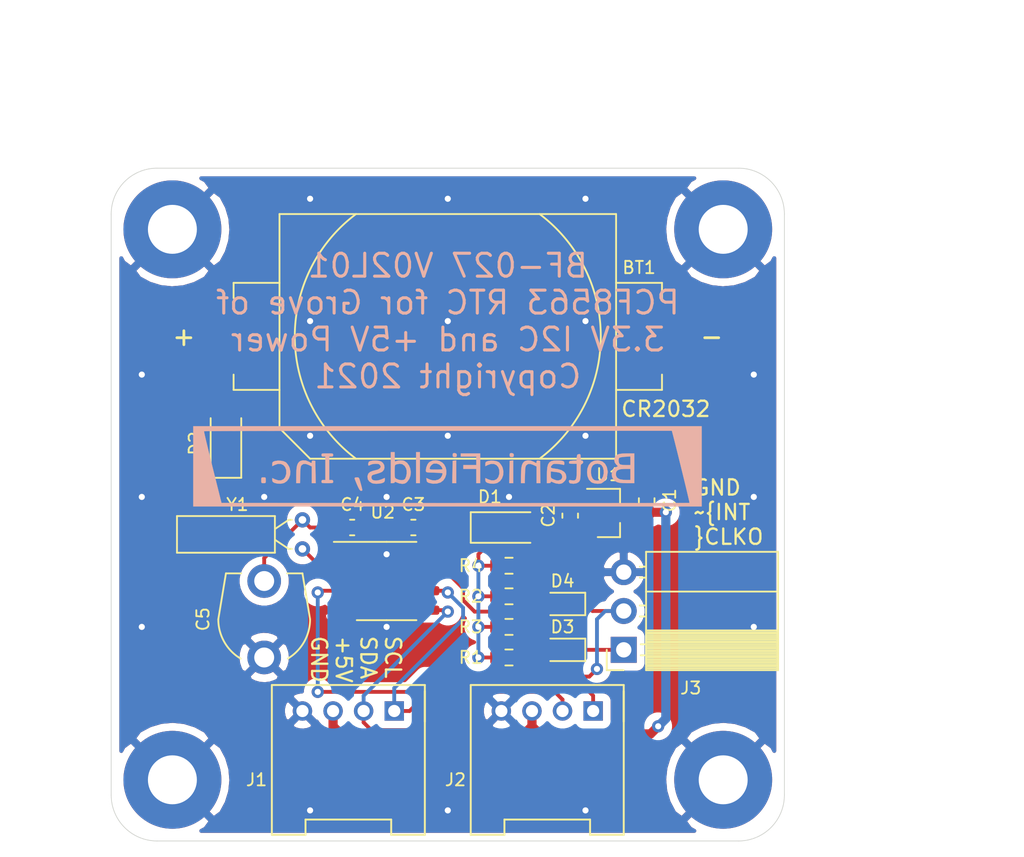
<source format=kicad_pcb>
(kicad_pcb (version 20171130) (host pcbnew "(5.1.9)-1")

  (general
    (thickness 1.6)
    (drawings 16)
    (tracks 132)
    (zones 0)
    (modules 25)
    (nets 14)
  )

  (page A4)
  (title_block
    (title BF-027)
    (date 2021-04-17)
    (rev V02L01)
    (company "Copyright 2021 BotanicFields, Inc.")
    (comment 1 "PCF8563 RTC for Grove of 3.3V I2C 5V Power")
  )

  (layers
    (0 F.Cu signal)
    (31 B.Cu signal)
    (32 B.Adhes user)
    (33 F.Adhes user)
    (34 B.Paste user)
    (35 F.Paste user)
    (36 B.SilkS user)
    (37 F.SilkS user)
    (38 B.Mask user)
    (39 F.Mask user)
    (40 Dwgs.User user)
    (41 Cmts.User user)
    (42 Eco1.User user)
    (43 Eco2.User user)
    (44 Edge.Cuts user)
    (45 Margin user)
    (46 B.CrtYd user)
    (47 F.CrtYd user)
    (48 B.Fab user)
    (49 F.Fab user)
  )

  (setup
    (last_trace_width 0.25)
    (trace_clearance 0.2)
    (zone_clearance 0.508)
    (zone_45_only no)
    (trace_min 0.2)
    (via_size 0.8)
    (via_drill 0.4)
    (via_min_size 0.4)
    (via_min_drill 0.3)
    (uvia_size 0.3)
    (uvia_drill 0.1)
    (uvias_allowed no)
    (uvia_min_size 0.2)
    (uvia_min_drill 0.1)
    (edge_width 0.05)
    (segment_width 0.2)
    (pcb_text_width 0.3)
    (pcb_text_size 1.5 1.5)
    (mod_edge_width 0.12)
    (mod_text_size 1 1)
    (mod_text_width 0.15)
    (pad_size 6.4 6.4)
    (pad_drill 3.2)
    (pad_to_mask_clearance 0)
    (aux_axis_origin 128 128)
    (grid_origin 128 128)
    (visible_elements 7FFFFFFF)
    (pcbplotparams
      (layerselection 0x010fc_ffffffff)
      (usegerberextensions true)
      (usegerberattributes false)
      (usegerberadvancedattributes false)
      (creategerberjobfile false)
      (excludeedgelayer true)
      (linewidth 0.100000)
      (plotframeref false)
      (viasonmask false)
      (mode 1)
      (useauxorigin false)
      (hpglpennumber 1)
      (hpglpenspeed 20)
      (hpglpendiameter 15.000000)
      (psnegative false)
      (psa4output false)
      (plotreference true)
      (plotvalue false)
      (plotinvisibletext false)
      (padsonsilk false)
      (subtractmaskfromsilk false)
      (outputformat 1)
      (mirror false)
      (drillshape 0)
      (scaleselection 1)
      (outputdirectory "gerber/"))
  )

  (net 0 "")
  (net 1 GND)
  (net 2 "Net-(BT1-Pad1)")
  (net 3 "Net-(C2-Pad1)")
  (net 4 /CLKO)
  (net 5 "Net-(D4-Pad2)")
  (net 6 /INT)
  (net 7 /SDA)
  (net 8 /SCL)
  (net 9 "Net-(C3-Pad1)")
  (net 10 "Net-(C4-Pad1)")
  (net 11 "Net-(D3-Pad2)")
  (net 12 "Net-(U2-Pad2)")
  (net 13 "Net-(C1-Pad1)")

  (net_class Default "This is the default net class."
    (clearance 0.2)
    (trace_width 0.25)
    (via_dia 0.8)
    (via_drill 0.4)
    (uvia_dia 0.3)
    (uvia_drill 0.1)
    (add_net /CLKO)
    (add_net /INT)
    (add_net /SCL)
    (add_net /SDA)
    (add_net GND)
    (add_net "Net-(BT1-Pad1)")
    (add_net "Net-(C1-Pad1)")
    (add_net "Net-(C2-Pad1)")
    (add_net "Net-(C3-Pad1)")
    (add_net "Net-(C4-Pad1)")
    (add_net "Net-(D3-Pad2)")
    (add_net "Net-(D4-Pad2)")
    (add_net "Net-(U2-Pad2)")
  )

  (net_class Power ""
    (clearance 0.2)
    (trace_width 0.6)
    (via_dia 0.8)
    (via_drill 0.4)
    (uvia_dia 0.3)
    (uvia_drill 0.1)
  )

  (module bf:BF@PinSocket_1x03_P2.54mm_Horizontal (layer F.Cu) (tedit 605582A3) (tstamp 6055E34A)
    (at 161.5 115.5 180)
    (descr "Through hole angled socket strip, 1x03, 2.54mm pitch, 8.51mm socket length, single row (from Kicad 4.0.7), script generated")
    (tags "Through hole angled socket strip THT 1x03 2.54mm single row")
    (path /605649DE)
    (attr smd)
    (fp_text reference J3 (at -4.38 -2.5) (layer F.SilkS)
      (effects (font (size 0.8 0.8) (thickness 0.12)))
    )
    (fp_text value OUT (at -4.38 7.85) (layer F.Fab)
      (effects (font (size 1 1) (thickness 0.15)))
    )
    (fp_line (start 1.75 6.85) (end 1.75 -1.8) (layer F.CrtYd) (width 0.05))
    (fp_line (start -10.55 6.85) (end 1.75 6.85) (layer F.CrtYd) (width 0.05))
    (fp_line (start -10.55 -1.8) (end -10.55 6.85) (layer F.CrtYd) (width 0.05))
    (fp_line (start 1.75 -1.8) (end -10.55 -1.8) (layer F.CrtYd) (width 0.05))
    (fp_line (start 0 -1.33) (end 1.11 -1.33) (layer F.SilkS) (width 0.12))
    (fp_line (start 1.11 -1.33) (end 1.11 0) (layer F.SilkS) (width 0.12))
    (fp_line (start -10.09 -1.33) (end -10.09 6.41) (layer F.SilkS) (width 0.12))
    (fp_line (start -10.09 6.41) (end -1.46 6.41) (layer F.SilkS) (width 0.12))
    (fp_line (start -1.46 -1.33) (end -1.46 6.41) (layer F.SilkS) (width 0.12))
    (fp_line (start -10.09 -1.33) (end -1.46 -1.33) (layer F.SilkS) (width 0.12))
    (fp_line (start -10.09 3.81) (end -1.46 3.81) (layer F.SilkS) (width 0.12))
    (fp_line (start -10.09 1.27) (end -1.46 1.27) (layer F.SilkS) (width 0.12))
    (fp_line (start -1.46 5.44) (end -1.05 5.44) (layer F.SilkS) (width 0.12))
    (fp_line (start -1.46 4.72) (end -1.05 4.72) (layer F.SilkS) (width 0.12))
    (fp_line (start -1.46 2.9) (end -1.05 2.9) (layer F.SilkS) (width 0.12))
    (fp_line (start -1.46 2.18) (end -1.05 2.18) (layer F.SilkS) (width 0.12))
    (fp_line (start -1.46 0.36) (end -1.11 0.36) (layer F.SilkS) (width 0.12))
    (fp_line (start -1.46 -0.36) (end -1.11 -0.36) (layer F.SilkS) (width 0.12))
    (fp_line (start -10.09 1.1519) (end -1.46 1.1519) (layer F.SilkS) (width 0.12))
    (fp_line (start -10.09 1.033805) (end -1.46 1.033805) (layer F.SilkS) (width 0.12))
    (fp_line (start -10.09 0.91571) (end -1.46 0.91571) (layer F.SilkS) (width 0.12))
    (fp_line (start -10.09 0.797615) (end -1.46 0.797615) (layer F.SilkS) (width 0.12))
    (fp_line (start -10.09 0.67952) (end -1.46 0.67952) (layer F.SilkS) (width 0.12))
    (fp_line (start -10.09 0.561425) (end -1.46 0.561425) (layer F.SilkS) (width 0.12))
    (fp_line (start -10.09 0.44333) (end -1.46 0.44333) (layer F.SilkS) (width 0.12))
    (fp_line (start -10.09 0.325235) (end -1.46 0.325235) (layer F.SilkS) (width 0.12))
    (fp_line (start -10.09 0.20714) (end -1.46 0.20714) (layer F.SilkS) (width 0.12))
    (fp_line (start -10.09 0.089045) (end -1.46 0.089045) (layer F.SilkS) (width 0.12))
    (fp_line (start -10.09 -0.02905) (end -1.46 -0.02905) (layer F.SilkS) (width 0.12))
    (fp_line (start -10.09 -0.147145) (end -1.46 -0.147145) (layer F.SilkS) (width 0.12))
    (fp_line (start -10.09 -0.26524) (end -1.46 -0.26524) (layer F.SilkS) (width 0.12))
    (fp_line (start -10.09 -0.383335) (end -1.46 -0.383335) (layer F.SilkS) (width 0.12))
    (fp_line (start -10.09 -0.50143) (end -1.46 -0.50143) (layer F.SilkS) (width 0.12))
    (fp_line (start -10.09 -0.619525) (end -1.46 -0.619525) (layer F.SilkS) (width 0.12))
    (fp_line (start -10.09 -0.73762) (end -1.46 -0.73762) (layer F.SilkS) (width 0.12))
    (fp_line (start -10.09 -0.855715) (end -1.46 -0.855715) (layer F.SilkS) (width 0.12))
    (fp_line (start -10.09 -0.97381) (end -1.46 -0.97381) (layer F.SilkS) (width 0.12))
    (fp_line (start -10.09 -1.091905) (end -1.46 -1.091905) (layer F.SilkS) (width 0.12))
    (fp_line (start -10.09 -1.21) (end -1.46 -1.21) (layer F.SilkS) (width 0.12))
    (fp_line (start 0 5.38) (end 0 4.78) (layer F.Fab) (width 0.1))
    (fp_line (start -1.52 5.38) (end 0 5.38) (layer F.Fab) (width 0.1))
    (fp_line (start 0 4.78) (end -1.52 4.78) (layer F.Fab) (width 0.1))
    (fp_line (start 0 2.84) (end 0 2.24) (layer F.Fab) (width 0.1))
    (fp_line (start -1.52 2.84) (end 0 2.84) (layer F.Fab) (width 0.1))
    (fp_line (start 0 2.24) (end -1.52 2.24) (layer F.Fab) (width 0.1))
    (fp_line (start 0 0.3) (end 0 -0.3) (layer F.Fab) (width 0.1))
    (fp_line (start -1.52 0.3) (end 0 0.3) (layer F.Fab) (width 0.1))
    (fp_line (start 0 -0.3) (end -1.52 -0.3) (layer F.Fab) (width 0.1))
    (fp_line (start -10.03 6.35) (end -10.03 -1.27) (layer F.Fab) (width 0.1))
    (fp_line (start -1.52 6.35) (end -10.03 6.35) (layer F.Fab) (width 0.1))
    (fp_line (start -1.52 -0.3) (end -1.52 6.35) (layer F.Fab) (width 0.1))
    (fp_line (start -2.49 -1.27) (end -1.52 -0.3) (layer F.Fab) (width 0.1))
    (fp_line (start -10.03 -1.27) (end -2.49 -1.27) (layer F.Fab) (width 0.1))
    (fp_text user %R (at -5.775 2.54) (layer F.Fab)
      (effects (font (size 0.8 0.8) (thickness 0.12)))
    )
    (pad 1 thru_hole rect (at 0 0 180) (size 1.7 1.7) (drill 1) (layers *.Cu *.Mask)
      (net 4 /CLKO))
    (pad 2 thru_hole oval (at 0 2.54 180) (size 1.7 1.7) (drill 1) (layers *.Cu *.Mask)
      (net 6 /INT))
    (pad 3 thru_hole oval (at 0 5.08 180) (size 1.7 1.7) (drill 1) (layers *.Cu *.Mask)
      (net 1 GND))
    (model ${KISYS3DMOD}/Connector_PinSocket_2.54mm.3dshapes/PinSocket_1x03_P2.54mm_Horizontal.wrl
      (at (xyz 0 0 0))
      (scale (xyz 1 1 1))
      (rotate (xyz 0 0 0))
    )
  )

  (module bf:BF@logo5 (layer B.Cu) (tedit 59AC0A3A) (tstamp 6062DD60)
    (at 150 103.5 180)
    (fp_text reference G*** (at 0.3 4.1) (layer B.SilkS) hide
      (effects (font (size 0.8 0.8) (thickness 0.12)) (justify mirror))
    )
    (fp_text value LOGO (at 0.6 -4.1) (layer B.SilkS) hide
      (effects (font (size 1.524 1.524) (thickness 0.3)) (justify mirror))
    )
    (fp_poly (pts (xy -0.354363 0.857278) (xy -0.321357 0.807615) (xy -0.3175 0.740833) (xy -0.330402 0.648005)
      (xy -0.385259 0.608806) (xy -0.434157 0.600415) (xy -0.537727 0.611721) (xy -0.575321 0.650859)
      (xy -0.592131 0.770216) (xy -0.540305 0.845524) (xy -0.44392 0.867833) (xy -0.354363 0.857278)) (layer B.SilkS) (width 0.01))
    (fp_poly (pts (xy -4.079696 0.857278) (xy -4.04669 0.807615) (xy -4.042833 0.740833) (xy -4.055736 0.648005)
      (xy -4.110593 0.608806) (xy -4.159491 0.600415) (xy -4.26306 0.611721) (xy -4.300654 0.650859)
      (xy -4.317464 0.770216) (xy -4.265638 0.845524) (xy -4.169253 0.867833) (xy -4.079696 0.857278)) (layer B.SilkS) (width 0.01))
    (fp_poly (pts (xy 12.134874 -0.723734) (xy 12.177984 -0.751295) (xy 12.191086 -0.825394) (xy 12.192 -0.910167)
      (xy 12.188837 -1.027218) (xy 12.1674 -1.082646) (xy 12.109768 -1.099492) (xy 12.043834 -1.100667)
      (xy 11.952793 -1.0966) (xy 11.909683 -1.069039) (xy 11.896581 -0.99494) (xy 11.895667 -0.910167)
      (xy 11.89883 -0.793115) (xy 11.920267 -0.737688) (xy 11.977899 -0.720842) (xy 12.043834 -0.719667)
      (xy 12.134874 -0.723734)) (layer B.SilkS) (width 0.01))
    (fp_poly (pts (xy 9.630113 0.352732) (xy 9.72102 0.288889) (xy 9.793213 0.196274) (xy 9.844924 0.075978)
      (xy 9.878922 -0.085747) (xy 9.897977 -0.302652) (xy 9.904858 -0.588483) (xy 9.90499 -0.624417)
      (xy 9.906 -1.100667) (xy 9.658729 -1.100667) (xy 9.644781 -0.554641) (xy 9.637202 -0.322277)
      (xy 9.626806 -0.158877) (xy 9.611254 -0.048742) (xy 9.588207 0.023827) (xy 9.555328 0.074532)
      (xy 9.550189 0.080359) (xy 9.440273 0.153207) (xy 9.297104 0.15948) (xy 9.111942 0.099188)
      (xy 9.072699 0.08089) (xy 8.89 -0.007553) (xy 8.89 -1.100667) (xy 8.634001 -1.100667)
      (xy 8.657167 0.359833) (xy 8.773584 0.373228) (xy 8.859255 0.370589) (xy 8.888642 0.324698)
      (xy 8.89 0.299145) (xy 8.893507 0.237741) (xy 8.916166 0.21858) (xy 8.976186 0.242065)
      (xy 9.082952 0.303389) (xy 9.271675 0.379591) (xy 9.46183 0.395862) (xy 9.630113 0.352732)) (layer B.SilkS) (width 0.01))
    (fp_poly (pts (xy 8.054359 0.845824) (xy 8.166343 0.840279) (xy 8.226247 0.825505) (xy 8.250362 0.796977)
      (xy 8.254982 0.75017) (xy 8.255 0.740833) (xy 8.241331 0.665197) (xy 8.183227 0.637527)
      (xy 8.128 0.635) (xy 8.001 0.635) (xy 8.001 -0.889) (xy 8.128 -0.889)
      (xy 8.218764 -0.900391) (xy 8.251967 -0.948811) (xy 8.255 -0.994834) (xy 8.251966 -1.044933)
      (xy 8.232003 -1.07604) (xy 8.178818 -1.09268) (xy 8.076119 -1.099379) (xy 7.907612 -1.100662)
      (xy 7.874 -1.100667) (xy 7.693642 -1.099824) (xy 7.581657 -1.094279) (xy 7.521753 -1.079505)
      (xy 7.497638 -1.050978) (xy 7.493019 -1.00417) (xy 7.493 -0.994834) (xy 7.506669 -0.919197)
      (xy 7.564773 -0.891528) (xy 7.62 -0.889) (xy 7.747 -0.889) (xy 7.747 0.635)
      (xy 7.62 0.635) (xy 7.529237 0.64639) (xy 7.496033 0.69481) (xy 7.493 0.740833)
      (xy 7.496034 0.790933) (xy 7.515997 0.82204) (xy 7.569182 0.83868) (xy 7.671881 0.845378)
      (xy 7.840388 0.846661) (xy 7.874 0.846666) (xy 8.054359 0.845824)) (layer B.SilkS) (width 0.01))
    (fp_poly (pts (xy 2.074334 -1.100667) (xy 1.820334 -1.100667) (xy 1.820334 0.931333) (xy 2.074334 0.931333)
      (xy 2.074334 -1.100667)) (layer B.SilkS) (width 0.01))
    (fp_poly (pts (xy -0.433916 0.373228) (xy -0.3175 0.359833) (xy -0.294334 -1.100667) (xy -0.550333 -1.100667)
      (xy -0.550333 0.386624) (xy -0.433916 0.373228)) (layer B.SilkS) (width 0.01))
    (fp_poly (pts (xy -0.846666 0.635) (xy -1.862666 0.635) (xy -1.862666 0.084666) (xy -1.016 0.084666)
      (xy -1.016 -0.169334) (xy -1.862666 -0.169334) (xy -1.862666 -1.100667) (xy -2.116666 -1.100667)
      (xy -2.116666 0.846666) (xy -0.846666 0.846666) (xy -0.846666 0.635)) (layer B.SilkS) (width 0.01))
    (fp_poly (pts (xy -4.15925 0.373228) (xy -4.042833 0.359833) (xy -4.019667 -1.100667) (xy -4.275666 -1.100667)
      (xy -4.275666 0.386624) (xy -4.15925 0.373228)) (layer B.SilkS) (width 0.01))
    (fp_poly (pts (xy -5.059553 0.352732) (xy -4.968646 0.288889) (xy -4.896453 0.196274) (xy -4.844743 0.075978)
      (xy -4.810745 -0.085747) (xy -4.79169 -0.302652) (xy -4.784808 -0.588483) (xy -4.784676 -0.624417)
      (xy -4.783666 -1.100667) (xy -5.030938 -1.100667) (xy -5.044886 -0.554641) (xy -5.052465 -0.322277)
      (xy -5.062861 -0.158877) (xy -5.078413 -0.048742) (xy -5.101459 0.023827) (xy -5.134339 0.074532)
      (xy -5.139478 0.080359) (xy -5.249394 0.153207) (xy -5.392563 0.15948) (xy -5.577725 0.099188)
      (xy -5.616968 0.08089) (xy -5.799666 -0.007553) (xy -5.799666 -1.100667) (xy -6.055666 -1.100667)
      (xy -6.0325 0.359833) (xy -5.916083 0.373228) (xy -5.830412 0.370589) (xy -5.801025 0.324698)
      (xy -5.799666 0.299145) (xy -5.79616 0.237741) (xy -5.7735 0.21858) (xy -5.713481 0.242065)
      (xy -5.606715 0.303389) (xy -5.417991 0.379591) (xy -5.227836 0.395862) (xy -5.059553 0.352732)) (layer B.SilkS) (width 0.01))
    (fp_poly (pts (xy -11.441387 0.838975) (xy -11.232555 0.813608) (xy -11.084122 0.767126) (xy -10.984555 0.69609)
      (xy -10.927865 0.609801) (xy -10.87984 0.421148) (xy -10.912905 0.249945) (xy -10.999153 0.128001)
      (xy -11.118639 0.008515) (xy -10.979899 -0.057645) (xy -10.839706 -0.167423) (xy -10.750287 -0.324845)
      (xy -10.715458 -0.507104) (xy -10.739034 -0.691395) (xy -10.824829 -0.85491) (xy -10.843013 -0.875925)
      (xy -10.943444 -0.967388) (xy -11.059105 -1.03123) (xy -11.206677 -1.071807) (xy -11.402842 -1.093473)
      (xy -11.66428 -1.100584) (xy -11.703807 -1.100667) (xy -12.192 -1.100667) (xy -12.192 -0.169334)
      (xy -11.938 -0.169334) (xy -11.938 -0.889) (xy -11.640307 -0.889) (xy -11.463603 -0.880005)
      (xy -11.29987 -0.856502) (xy -11.195538 -0.827548) (xy -11.057335 -0.730622) (xy -10.989208 -0.588556)
      (xy -10.992214 -0.421512) (xy -11.039565 -0.310245) (xy -11.136159 -0.234039) (xy -11.291915 -0.18876)
      (xy -11.51675 -0.170273) (xy -11.597231 -0.169334) (xy -11.938 -0.169334) (xy -12.192 -0.169334)
      (xy -12.192 0.084666) (xy -11.938 0.084666) (xy -11.628591 0.084666) (xy -11.441259 0.09284)
      (xy -11.302893 0.115431) (xy -11.243635 0.139908) (xy -11.19042 0.221726) (xy -11.164681 0.344763)
      (xy -11.169728 0.469845) (xy -11.208385 0.557318) (xy -11.271732 0.582769) (xy -11.395698 0.606225)
      (xy -11.556268 0.623441) (xy -11.597777 0.626183) (xy -11.938 0.645878) (xy -11.938 0.084666)
      (xy -12.192 0.084666) (xy -12.192 0.846666) (xy -11.722148 0.846667) (xy -11.441387 0.838975)) (layer B.SilkS) (width 0.01))
    (fp_poly (pts (xy 11.295065 0.347592) (xy 11.319423 0.340232) (xy 11.421283 0.296963) (xy 11.464154 0.239031)
      (xy 11.472334 0.149447) (xy 11.472334 0.009127) (xy 11.315216 0.08923) (xy 11.10161 0.161261)
      (xy 10.909497 0.157218) (xy 10.74893 0.084919) (xy 10.62996 -0.047819) (xy 10.562641 -0.233181)
      (xy 10.557026 -0.463348) (xy 10.561462 -0.49689) (xy 10.624429 -0.703142) (xy 10.737626 -0.843371)
      (xy 10.894681 -0.914517) (xy 11.089219 -0.91352) (xy 11.292417 -0.847807) (xy 11.472334 -0.76614)
      (xy 11.472334 -0.89323) (xy 11.457381 -0.986681) (xy 11.397033 -1.04717) (xy 11.325527 -1.08166)
      (xy 11.12796 -1.131144) (xy 10.909503 -1.135103) (xy 10.713109 -1.093404) (xy 10.689167 -1.083627)
      (xy 10.512653 -0.962362) (xy 10.384153 -0.786038) (xy 10.308745 -0.572571) (xy 10.291506 -0.339873)
      (xy 10.337514 -0.105858) (xy 10.38225 -0.000865) (xy 10.464037 0.129918) (xy 10.557787 0.239692)
      (xy 10.592161 0.26906) (xy 10.729654 0.331529) (xy 10.915024 0.367631) (xy 11.114688 0.374081)
      (xy 11.295065 0.347592)) (layer B.SilkS) (width 0.01))
    (fp_poly (pts (xy 4.903211 0.376155) (xy 5.058834 0.347622) (xy 5.15341 0.302897) (xy 5.193158 0.220222)
      (xy 5.199099 0.177126) (xy 5.200212 0.080526) (xy 5.168047 0.04964) (xy 5.088198 0.078105)
      (xy 5.037667 0.105833) (xy 4.932943 0.141739) (xy 4.787245 0.164216) (xy 4.711984 0.167833)
      (xy 4.570806 0.161622) (xy 4.485441 0.13454) (xy 4.427867 0.07757) (xy 4.426794 0.076047)
      (xy 4.384824 -0.005254) (xy 4.401487 -0.075632) (xy 4.418889 -0.103742) (xy 4.502034 -0.178333)
      (xy 4.598245 -0.221409) (xy 4.721879 -0.252651) (xy 4.867918 -0.289097) (xy 4.891319 -0.294892)
      (xy 5.079829 -0.366852) (xy 5.195739 -0.475554) (xy 5.24598 -0.628701) (xy 5.249334 -0.69277)
      (xy 5.222542 -0.855114) (xy 5.134505 -0.982591) (xy 4.973728 -1.091556) (xy 4.966367 -1.095377)
      (xy 4.848944 -1.12726) (xy 4.681855 -1.138924) (xy 4.497558 -1.130729) (xy 4.328515 -1.103037)
      (xy 4.275667 -1.087694) (xy 4.172088 -1.038995) (xy 4.125868 -0.968377) (xy 4.114235 -0.899584)
      (xy 4.110371 -0.80615) (xy 4.118697 -0.762441) (xy 4.120195 -0.762) (xy 4.166719 -0.777998)
      (xy 4.263217 -0.818645) (xy 4.323961 -0.845737) (xy 4.504985 -0.90528) (xy 4.688002 -0.928033)
      (xy 4.845084 -0.912581) (xy 4.927374 -0.876329) (xy 4.985839 -0.783109) (xy 4.988382 -0.696413)
      (xy 4.974851 -0.629946) (xy 4.940305 -0.584959) (xy 4.866099 -0.549517) (xy 4.733584 -0.511684)
      (xy 4.677834 -0.497624) (xy 4.513507 -0.449548) (xy 4.369362 -0.394991) (xy 4.277946 -0.346591)
      (xy 4.174067 -0.222737) (xy 4.135504 -0.070925) (xy 4.159473 0.0865) (xy 4.243188 0.227191)
      (xy 4.360744 0.317712) (xy 4.507259 0.363245) (xy 4.6998 0.383228) (xy 4.903211 0.376155)) (layer B.SilkS) (width 0.01))
    (fp_poly (pts (xy 3.725334 -1.100667) (xy 3.598334 -1.100667) (xy 3.500269 -1.082966) (xy 3.471334 -1.04173)
      (xy 3.455726 -1.011625) (xy 3.397993 -1.023539) (xy 3.314216 -1.062897) (xy 3.165646 -1.115357)
      (xy 3.000525 -1.14212) (xy 2.971316 -1.143) (xy 2.835933 -1.130494) (xy 2.732481 -1.08043)
      (xy 2.645964 -1.00343) (xy 2.513967 -0.820565) (xy 2.439728 -0.606883) (xy 2.426982 -0.459321)
      (xy 2.685985 -0.459321) (xy 2.718687 -0.650593) (xy 2.782661 -0.805046) (xy 2.802591 -0.833542)
      (xy 2.899757 -0.892942) (xy 3.045739 -0.90601) (xy 3.21888 -0.873336) (xy 3.354917 -0.818472)
      (xy 3.40778 -0.788856) (xy 3.441587 -0.752546) (xy 3.460597 -0.691907) (xy 3.469068 -0.589308)
      (xy 3.47126 -0.427115) (xy 3.471334 -0.336532) (xy 3.470461 -0.143913) (xy 3.465194 -0.018956)
      (xy 3.451557 0.055346) (xy 3.425577 0.095996) (xy 3.383278 0.119999) (xy 3.362744 0.128048)
      (xy 3.151788 0.171828) (xy 2.968444 0.138628) (xy 2.822568 0.034251) (xy 2.72402 -0.135498)
      (xy 2.691587 -0.267117) (xy 2.685985 -0.459321) (xy 2.426982 -0.459321) (xy 2.420037 -0.378919)
      (xy 2.451685 -0.153206) (xy 2.531462 0.053721) (xy 2.656158 0.22533) (xy 2.822565 0.345087)
      (xy 2.914284 0.37876) (xy 3.072653 0.396245) (xy 3.248221 0.380059) (xy 3.396915 0.335232)
      (xy 3.424007 0.320586) (xy 3.450093 0.334405) (xy 3.465504 0.41923) (xy 3.471244 0.581232)
      (xy 3.471334 0.611335) (xy 3.471334 0.931333) (xy 3.725334 0.931333) (xy 3.725334 -1.100667)) (layer B.SilkS) (width 0.01))
    (fp_poly (pts (xy 0.982078 0.379911) (xy 1.171074 0.299452) (xy 1.250758 0.234757) (xy 1.333863 0.111794)
      (xy 1.398962 -0.054505) (xy 1.432402 -0.222917) (xy 1.431265 -0.310196) (xy 1.421696 -0.348131)
      (xy 1.39638 -0.374338) (xy 1.341316 -0.391446) (xy 1.242502 -0.402084) (xy 1.085936 -0.408882)
      (xy 0.878417 -0.414015) (xy 0.675811 -0.421018) (xy 0.507891 -0.431688) (xy 0.390528 -0.444656)
      (xy 0.339596 -0.458551) (xy 0.338667 -0.460615) (xy 0.351509 -0.521591) (xy 0.382572 -0.621293)
      (xy 0.384168 -0.62589) (xy 0.476428 -0.771602) (xy 0.624832 -0.870564) (xy 0.811966 -0.917949)
      (xy 1.020414 -0.908929) (xy 1.202578 -0.852763) (xy 1.40218 -0.76447) (xy 1.389007 -0.897311)
      (xy 1.363341 -0.995603) (xy 1.294159 -1.055593) (xy 1.227667 -1.083356) (xy 0.977729 -1.135778)
      (xy 0.717885 -1.126317) (xy 0.482185 -1.056561) (xy 0.464053 -1.04775) (xy 0.291334 -0.916859)
      (xy 0.1706 -0.736259) (xy 0.103317 -0.524182) (xy 0.090949 -0.29886) (xy 0.114708 -0.179917)
      (xy 0.338825 -0.179917) (xy 0.378096 -0.193244) (xy 0.484113 -0.203817) (xy 0.638964 -0.210291)
      (xy 0.762 -0.211667) (xy 0.955215 -0.210319) (xy 1.078969 -0.204388) (xy 1.148447 -0.191041)
      (xy 1.178837 -0.167446) (xy 1.185334 -0.132709) (xy 1.149921 -0.019181) (xy 1.062087 0.091052)
      (xy 0.949437 0.16705) (xy 0.905859 0.180518) (xy 0.720468 0.179951) (xy 0.551853 0.115007)
      (xy 0.427545 -0.00331) (xy 0.42129 -0.013181) (xy 0.367375 -0.109336) (xy 0.339764 -0.17369)
      (xy 0.338825 -0.179917) (xy 0.114708 -0.179917) (xy 0.134962 -0.078526) (xy 0.236821 0.118588)
      (xy 0.360042 0.2466) (xy 0.554174 0.353782) (xy 0.768982 0.39812) (xy 0.982078 0.379911)) (layer B.SilkS) (width 0.01))
    (fp_poly (pts (xy -2.632602 0.347592) (xy -2.608244 0.340232) (xy -2.506384 0.296963) (xy -2.463512 0.239031)
      (xy -2.455333 0.149447) (xy -2.455333 0.009127) (xy -2.612451 0.08923) (xy -2.826057 0.161261)
      (xy -3.01817 0.157218) (xy -3.178737 0.084919) (xy -3.297707 -0.047819) (xy -3.365025 -0.233181)
      (xy -3.370641 -0.463348) (xy -3.366205 -0.49689) (xy -3.303238 -0.703142) (xy -3.190041 -0.843371)
      (xy -3.032986 -0.914517) (xy -2.838448 -0.91352) (xy -2.63525 -0.847807) (xy -2.455333 -0.76614)
      (xy -2.455333 -0.89323) (xy -2.470286 -0.986681) (xy -2.530634 -1.04717) (xy -2.60214 -1.08166)
      (xy -2.799707 -1.131144) (xy -3.018164 -1.135103) (xy -3.214557 -1.093404) (xy -3.2385 -1.083627)
      (xy -3.415013 -0.962362) (xy -3.543513 -0.786038) (xy -3.618922 -0.572571) (xy -3.636161 -0.339873)
      (xy -3.590153 -0.105858) (xy -3.545416 -0.000865) (xy -3.46363 0.129918) (xy -3.36988 0.239692)
      (xy -3.335505 0.26906) (xy -3.198013 0.331529) (xy -3.012643 0.367631) (xy -2.812978 0.374081)
      (xy -2.632602 0.347592)) (layer B.SilkS) (width 0.01))
    (fp_poly (pts (xy -6.915746 0.374706) (xy -6.753233 0.333734) (xy -6.634962 0.254055) (xy -6.554579 0.126349)
      (xy -6.505732 -0.058707) (xy -6.482069 -0.310432) (xy -6.477 -0.57014) (xy -6.477 -1.100667)
      (xy -6.604 -1.100667) (xy -6.704223 -1.08215) (xy -6.731 -1.036306) (xy -6.74259 -1.002157)
      (xy -6.789403 -1.006902) (xy -6.889502 -1.052823) (xy -6.898647 -1.057473) (xy -7.071378 -1.118051)
      (xy -7.257304 -1.142973) (xy -7.262713 -1.143) (xy -7.399574 -1.132525) (xy -7.500354 -1.088859)
      (xy -7.603066 -0.999067) (xy -7.698833 -0.885898) (xy -7.740451 -0.778089) (xy -7.747 -0.687276)
      (xy -7.737042 -0.634273) (xy -7.475638 -0.634273) (xy -7.469245 -0.755503) (xy -7.409515 -0.853803)
      (xy -7.35415 -0.888149) (xy -7.21643 -0.923473) (xy -7.075776 -0.909418) (xy -6.910916 -0.847807)
      (xy -6.804974 -0.795486) (xy -6.751796 -0.744108) (xy -6.733199 -0.663608) (xy -6.731 -0.550301)
      (xy -6.731 -0.334463) (xy -6.995583 -0.3633) (xy -7.147609 -0.384461) (xy -7.272839 -0.410025)
      (xy -7.33328 -0.429872) (xy -7.429911 -0.516825) (xy -7.475638 -0.634273) (xy -7.737042 -0.634273)
      (xy -7.712946 -0.506025) (xy -7.60914 -0.36207) (xy -7.43311 -0.253683) (xy -7.182387 -0.179141)
      (xy -6.974416 -0.147604) (xy -6.817625 -0.12008) (xy -6.740971 -0.07689) (xy -6.740465 -0.011901)
      (xy -6.812116 0.081021) (xy -6.820303 0.089303) (xy -6.882655 0.139061) (xy -6.95818 0.162082)
      (xy -7.074277 0.163674) (xy -7.169553 0.156993) (xy -7.325569 0.140433) (xy -7.459455 0.120025)
      (xy -7.52475 0.105086) (xy -7.591552 0.09414) (xy -7.616775 0.134178) (xy -7.62 0.20214)
      (xy -7.606512 0.282733) (xy -7.557442 0.336583) (xy -7.459879 0.368529) (xy -7.300913 0.383413)
      (xy -7.128852 0.386291) (xy -6.915746 0.374706)) (layer B.SilkS) (width 0.01))
    (fp_poly (pts (xy -8.561916 0.796562) (xy -8.490404 0.780232) (xy -8.453623 0.736847) (xy -8.437006 0.642462)
      (xy -8.432681 0.584129) (xy -8.419861 0.385092) (xy -8.178681 0.372462) (xy -8.040205 0.361386)
      (xy -7.965167 0.340728) (xy -7.932341 0.301499) (xy -7.923972 0.264583) (xy -7.922503 0.212042)
      (xy -7.949505 0.1835) (xy -8.023559 0.171688) (xy -8.163246 0.169334) (xy -8.167389 0.169333)
      (xy -8.424333 0.169333) (xy -8.424333 -0.314476) (xy -8.420716 -0.560552) (xy -8.405831 -0.73326)
      (xy -8.373625 -0.843741) (xy -8.318047 -0.903131) (xy -8.233044 -0.92257) (xy -8.112564 -0.913197)
      (xy -8.100024 -0.911359) (xy -7.986153 -0.897787) (xy -7.932785 -0.908854) (xy -7.917138 -0.953981)
      (xy -7.916333 -0.987302) (xy -7.946432 -1.080635) (xy -8.011583 -1.116318) (xy -8.217843 -1.139646)
      (xy -8.412441 -1.105134) (xy -8.476186 -1.077011) (xy -8.557072 -1.023727) (xy -8.613321 -0.956399)
      (xy -8.649237 -0.859736) (xy -8.669122 -0.718446) (xy -8.677278 -0.517239) (xy -8.678333 -0.358653)
      (xy -8.679355 -0.146909) (xy -8.68405 -0.004934) (xy -8.694862 0.082162) (xy -8.714235 0.129265)
      (xy -8.744615 0.151266) (xy -8.763 0.157067) (xy -8.834125 0.213697) (xy -8.847666 0.280104)
      (xy -8.825742 0.360549) (xy -8.763 0.381) (xy -8.712477 0.391992) (xy -8.687121 0.438771)
      (xy -8.678758 0.542042) (xy -8.678333 0.595478) (xy -8.675759 0.721481) (xy -8.660206 0.783111)
      (xy -8.619931 0.800653) (xy -8.561916 0.796562)) (layer B.SilkS) (width 0.01))
    (fp_poly (pts (xy -9.548203 0.361314) (xy -9.357455 0.259614) (xy -9.21637 0.094513) (xy -9.12996 -0.128283)
      (xy -9.103059 -0.381) (xy -9.132929 -0.650826) (xy -9.220851 -0.866255) (xy -9.364295 -1.022136)
      (xy -9.440971 -1.068851) (xy -9.598075 -1.118663) (xy -9.786941 -1.138742) (xy -9.966135 -1.126821)
      (xy -10.054166 -1.102382) (xy -10.211181 -0.994352) (xy -10.336475 -0.82527) (xy -10.419814 -0.615981)
      (xy -10.440125 -0.466876) (xy -10.189641 -0.466876) (xy -10.147143 -0.660383) (xy -10.060239 -0.814692)
      (xy -10.052915 -0.822851) (xy -9.923507 -0.905973) (xy -9.760216 -0.934186) (xy -9.597221 -0.902945)
      (xy -9.564988 -0.887745) (xy -9.463694 -0.789705) (xy -9.39431 -0.636167) (xy -9.358924 -0.450873)
      (xy -9.359628 -0.257569) (xy -9.39851 -0.079998) (xy -9.477661 0.058098) (xy -9.481382 0.062132)
      (xy -9.614839 0.147881) (xy -9.778228 0.174937) (xy -9.940029 0.14285) (xy -10.051222 0.070293)
      (xy -10.141627 -0.073685) (xy -10.187784 -0.262026) (xy -10.189641 -0.466876) (xy -10.440125 -0.466876)
      (xy -10.450962 -0.387329) (xy -10.447209 -0.301982) (xy -10.389874 -0.037828) (xy -10.277061 0.167342)
      (xy -10.112876 0.309223) (xy -9.901423 0.383511) (xy -9.783603 0.393907) (xy -9.548203 0.361314)) (layer B.SilkS) (width 0.01))
    (fp_poly (pts (xy 6.054627 -0.733489) (xy 6.094457 -0.770951) (xy 6.094457 -0.772584) (xy 6.077837 -0.832323)
      (xy 6.034413 -0.949748) (xy 5.971709 -1.105147) (xy 5.928788 -1.2065) (xy 5.841806 -1.397379)
      (xy 5.773446 -1.519219) (xy 5.716325 -1.583557) (xy 5.676331 -1.601028) (xy 5.604497 -1.59022)
      (xy 5.588236 -1.558694) (xy 5.59523 -1.50026) (xy 5.61771 -1.397231) (xy 5.658425 -1.238418)
      (xy 5.720127 -1.012631) (xy 5.739851 -0.941917) (xy 5.779041 -0.813997) (xy 5.816703 -0.747866)
      (xy 5.871963 -0.723204) (xy 5.949016 -0.719667) (xy 6.054627 -0.733489)) (layer B.SilkS) (width 0.01))
    (fp_poly (pts (xy 16.637 -2.624667) (xy -16.594666 -2.624667) (xy -16.594666 -2.390355) (xy -15.798867 -2.390355)
      (xy -15.75533 -2.392013) (xy -15.630116 -2.393581) (xy -15.426212 -2.395057) (xy -15.146609 -2.39644)
      (xy -14.794294 -2.397726) (xy -14.372256 -2.398913) (xy -13.883485 -2.399998) (xy -13.330968 -2.400981)
      (xy -12.717696 -2.401857) (xy -12.046656 -2.402625) (xy -11.320837 -2.403282) (xy -10.543229 -2.403827)
      (xy -9.716819 -2.404256) (xy -8.844598 -2.404567) (xy -7.929553 -2.404758) (xy -6.974673 -2.404826)
      (xy -5.982948 -2.40477) (xy -4.957366 -2.404586) (xy -3.900915 -2.404273) (xy -2.816585 -2.403828)
      (xy -1.707365 -2.403249) (xy -0.576243 -2.402532) (xy -0.492946 -2.402475) (xy 14.790215 -2.391834)
      (xy 15.371945 -0.065194) (xy 15.478893 0.364541) (xy 15.578766 0.769722) (xy 15.669796 1.14291)
      (xy 15.750213 1.476667) (xy 15.81825 1.763555) (xy 15.872139 1.996135) (xy 15.91011 2.166969)
      (xy 15.930397 2.268619) (xy 15.933006 2.294889) (xy 15.889626 2.297368) (xy 15.764567 2.299799)
      (xy 15.56082 2.302176) (xy 15.281372 2.304491) (xy 14.929212 2.30674) (xy 14.507329 2.308915)
      (xy 14.018713 2.311009) (xy 13.46635 2.313016) (xy 12.853232 2.31493) (xy 12.182345 2.316744)
      (xy 11.456679 2.318452) (xy 10.679222 2.320046) (xy 9.852964 2.321521) (xy 8.980893 2.322869)
      (xy 8.065998 2.324085) (xy 7.111267 2.325162) (xy 6.11969 2.326093) (xy 5.094254 2.326871)
      (xy 4.03795 2.327491) (xy 2.953765 2.327946) (xy 1.844688 2.328228) (xy 0.713708 2.328333)
      (xy -14.64407 2.328333) (xy -14.68602 2.169583) (xy -14.745182 1.942654) (xy -14.815717 1.667048)
      (xy -14.895483 1.351539) (xy -14.982341 1.004897) (xy -15.074148 0.635893) (xy -15.168765 0.253301)
      (xy -15.26405 -0.13411) (xy -15.357864 -0.517568) (xy -15.448065 -0.888301) (xy -15.532513 -1.237537)
      (xy -15.609068 -1.556505) (xy -15.675587 -1.836434) (xy -15.729932 -2.068552) (xy -15.76996 -2.244088)
      (xy -15.793532 -2.35427) (xy -15.798867 -2.390355) (xy -16.594666 -2.390355) (xy -16.594666 2.624666)
      (xy 16.637 2.624666) (xy 16.637 -2.624667)) (layer B.SilkS) (width 0.01))
  )

  (module bf:BF@Crystal_DS26_D2.0mm_L6.0mm_Horizontal (layer F.Cu) (tedit 60556FFA) (tstamp 6055CC7D)
    (at 140.5 107 270)
    (descr "Crystal THT DS26 6.0mm length 2.0mm diameter http://www.microcrystal.com/images/_Product-Documentation/03_TF_metal_Packages/01_Datasheet/DS-Series.pdf")
    (tags ['DS26'])
    (path /605553DC)
    (attr smd)
    (fp_text reference Y1 (at -1 4.25) (layer F.SilkS)
      (effects (font (size 0.8 0.8) (thickness 0.12)))
    )
    (fp_text value 32768Hz (at 3.47 1.625) (layer F.Fab)
      (effects (font (size 1 1) (thickness 0.15)))
    )
    (fp_line (start -0.05 2) (end -0.05 8) (layer F.Fab) (width 0.1))
    (fp_line (start -0.05 8) (end 1.95 8) (layer F.Fab) (width 0.1))
    (fp_line (start 1.95 8) (end 1.95 2) (layer F.Fab) (width 0.1))
    (fp_line (start 1.95 2) (end -0.05 2) (layer F.Fab) (width 0.1))
    (fp_line (start 0.6 2) (end 0 1) (layer F.Fab) (width 0.1))
    (fp_line (start 0 1) (end 0 0) (layer F.Fab) (width 0.1))
    (fp_line (start 1.3 2) (end 1.9 1) (layer F.Fab) (width 0.1))
    (fp_line (start 1.9 1) (end 1.9 0) (layer F.Fab) (width 0.1))
    (fp_line (start -0.25 1.8) (end -0.25 8.2) (layer F.SilkS) (width 0.12))
    (fp_line (start -0.25 8.2) (end 2.15 8.2) (layer F.SilkS) (width 0.12))
    (fp_line (start 2.15 8.2) (end 2.15 1.8) (layer F.SilkS) (width 0.12))
    (fp_line (start 2.15 1.8) (end -0.25 1.8) (layer F.SilkS) (width 0.12))
    (fp_line (start 0.6 1.8) (end 0 0.9) (layer F.SilkS) (width 0.12))
    (fp_line (start 0 0.9) (end 0 0.7) (layer F.SilkS) (width 0.12))
    (fp_line (start 1.3 1.8) (end 1.9 0.9) (layer F.SilkS) (width 0.12))
    (fp_line (start 1.9 0.9) (end 1.9 0.7) (layer F.SilkS) (width 0.12))
    (fp_line (start -0.8 -0.8) (end -0.8 8.8) (layer F.CrtYd) (width 0.05))
    (fp_line (start -0.8 8.8) (end 2.7 8.8) (layer F.CrtYd) (width 0.05))
    (fp_line (start 2.7 8.8) (end 2.7 -0.8) (layer F.CrtYd) (width 0.05))
    (fp_line (start 2.7 -0.8) (end -0.8 -0.8) (layer F.CrtYd) (width 0.05))
    (fp_text user %R (at 1 4.75) (layer F.Fab)
      (effects (font (size 0.8 0.8) (thickness 0.12)))
    )
    (pad 2 thru_hole circle (at 1.9 0 270) (size 1 1) (drill 0.5) (layers *.Cu *.Mask)
      (net 12 "Net-(U2-Pad2)"))
    (pad 1 thru_hole circle (at 0 0 270) (size 1 1) (drill 0.5) (layers *.Cu *.Mask)
      (net 10 "Net-(C4-Pad1)"))
    (model ${KISYS3DMOD}/Crystal.3dshapes/Crystal_DS26_D2.0mm_L6.0mm_Horizontal.wrl
      (at (xyz 0 0 0))
      (scale (xyz 1 1 1))
      (rotate (xyz 0 0 0))
    )
  )

  (module Diode_SMD:D_SOD-123 (layer F.Cu) (tedit 58645DC7) (tstamp 6054C508)
    (at 153.75 107.5)
    (descr SOD-123)
    (tags SOD-123)
    (path /60544218)
    (attr smd)
    (fp_text reference D1 (at -1 -2) (layer F.SilkS)
      (effects (font (size 0.8 0.8) (thickness 0.12)))
    )
    (fp_text value 1N4148 (at 0 2.1) (layer F.Fab)
      (effects (font (size 1 1) (thickness 0.15)))
    )
    (fp_line (start -2.25 -1) (end -2.25 1) (layer F.SilkS) (width 0.12))
    (fp_line (start 0.25 0) (end 0.75 0) (layer F.Fab) (width 0.1))
    (fp_line (start 0.25 0.4) (end -0.35 0) (layer F.Fab) (width 0.1))
    (fp_line (start 0.25 -0.4) (end 0.25 0.4) (layer F.Fab) (width 0.1))
    (fp_line (start -0.35 0) (end 0.25 -0.4) (layer F.Fab) (width 0.1))
    (fp_line (start -0.35 0) (end -0.35 0.55) (layer F.Fab) (width 0.1))
    (fp_line (start -0.35 0) (end -0.35 -0.55) (layer F.Fab) (width 0.1))
    (fp_line (start -0.75 0) (end -0.35 0) (layer F.Fab) (width 0.1))
    (fp_line (start -1.4 0.9) (end -1.4 -0.9) (layer F.Fab) (width 0.1))
    (fp_line (start 1.4 0.9) (end -1.4 0.9) (layer F.Fab) (width 0.1))
    (fp_line (start 1.4 -0.9) (end 1.4 0.9) (layer F.Fab) (width 0.1))
    (fp_line (start -1.4 -0.9) (end 1.4 -0.9) (layer F.Fab) (width 0.1))
    (fp_line (start -2.35 -1.15) (end 2.35 -1.15) (layer F.CrtYd) (width 0.05))
    (fp_line (start 2.35 -1.15) (end 2.35 1.15) (layer F.CrtYd) (width 0.05))
    (fp_line (start 2.35 1.15) (end -2.35 1.15) (layer F.CrtYd) (width 0.05))
    (fp_line (start -2.35 -1.15) (end -2.35 1.15) (layer F.CrtYd) (width 0.05))
    (fp_line (start -2.25 1) (end 1.65 1) (layer F.SilkS) (width 0.12))
    (fp_line (start -2.25 -1) (end 1.65 -1) (layer F.SilkS) (width 0.12))
    (fp_text user %R (at 0 -2) (layer F.Fab)
      (effects (font (size 0.8 0.8) (thickness 0.12)))
    )
    (pad 2 smd rect (at 1.65 0) (size 0.9 1.2) (layers F.Cu F.Paste F.Mask)
      (net 3 "Net-(C2-Pad1)"))
    (pad 1 smd rect (at -1.65 0) (size 0.9 1.2) (layers F.Cu F.Paste F.Mask)
      (net 9 "Net-(C3-Pad1)"))
    (model ${KISYS3DMOD}/Diode_SMD.3dshapes/D_SOD-123.wrl
      (at (xyz 0 0 0))
      (scale (xyz 1 1 1))
      (rotate (xyz 0 0 0))
    )
  )

  (module opl:HW4-2.0-90D (layer F.Cu) (tedit 5BD4AAAC) (tstamp 60557008)
    (at 156.50026 122.70012 180)
    (path /60545E78)
    (attr virtual)
    (fp_text reference J2 (at 6.00026 -1.29988) (layer F.SilkS)
      (effects (font (size 0.8 0.8) (thickness 0.12)))
    )
    (fp_text value I2C (at -0.025 6.45) (layer F.Fab)
      (effects (font (size 1 1) (thickness 0.15)))
    )
    (fp_line (start -4.99872 2.5019) (end -4.99872 4.49834) (layer F.SilkS) (width 0.127))
    (fp_line (start -5 -4.9) (end -5 4.9) (layer F.SilkS) (width 0.127))
    (fp_line (start -5 4.9) (end 5 4.9) (layer F.Fab) (width 0.1))
    (fp_line (start 5 -4.9) (end 5 4.9) (layer F.SilkS) (width 0.127))
    (fp_line (start 5 4.9) (end -5 4.9) (layer F.SilkS) (width 0.127))
    (fp_line (start -5 4.9) (end -5 -4.9) (layer F.Fab) (width 0.1))
    (fp_line (start -5 1.6) (end 5 1.6) (layer F.Fab) (width 0.1))
    (fp_line (start -5 -4.9) (end -2.79908 -4.9) (layer F.Fab) (width 0.1))
    (fp_line (start -2.79908 -4.9) (end -2.79908 -3.8989) (layer F.Fab) (width 0.1))
    (fp_line (start -2.79908 -3.8989) (end 2.79908 -3.8989) (layer F.Fab) (width 0.1))
    (fp_line (start 2.79908 -3.8989) (end 2.79908 -4.9) (layer F.Fab) (width 0.1))
    (fp_line (start 2.79908 -4.9) (end 5 -4.9) (layer F.Fab) (width 0.1))
    (fp_line (start 5 4.9) (end 5 -4.9) (layer F.Fab) (width 0.1))
    (fp_line (start 2.79908 -4.9) (end 5 -4.9) (layer F.SilkS) (width 0.127))
    (fp_line (start 2.79908 -3.8989) (end 2.79908 -4.9) (layer F.SilkS) (width 0.127))
    (fp_line (start -2.79908 -3.9) (end 2.79908 -3.9) (layer F.SilkS) (width 0.127))
    (fp_line (start -2.8 -4.9) (end -2.8 -3.8989) (layer F.SilkS) (width 0.127))
    (fp_line (start -5.00092 -4.9) (end -2.8 -4.9) (layer F.SilkS) (width 0.127))
    (fp_line (start 5.25 5.15) (end 5.25 -5.15) (layer F.CrtYd) (width 0.05))
    (fp_line (start 5.25 -5.15) (end -5.25 -5.15) (layer F.CrtYd) (width 0.05))
    (fp_line (start -5.25 -5.15) (end -5.25 5.15) (layer F.CrtYd) (width 0.05))
    (fp_line (start -5.25 5.15) (end 5.25 5.15) (layer F.CrtYd) (width 0.05))
    (fp_text user REF** (at 0 0) (layer F.Fab)
      (effects (font (size 1 1) (thickness 0.15)))
    )
    (pad 4 thru_hole circle (at 2.99974 3.2 180) (size 1.27 1.27) (drill 0.79756) (layers *.Cu *.Mask)
      (net 1 GND))
    (pad 3 thru_hole circle (at 0.99822 3.2 180) (size 1.27 1.27) (drill 0.79756) (layers *.Cu *.Mask)
      (net 13 "Net-(C1-Pad1)"))
    (pad 2 thru_hole circle (at -0.99822 3.2 180) (size 1.27 1.27) (drill 0.79756) (layers *.Cu *.Mask)
      (net 7 /SDA))
    (pad 1 thru_hole rect (at -2.99974 3.20012 180) (size 1.27 1.27) (drill 0.79756) (layers *.Cu *.Mask)
      (net 8 /SCL))
  )

  (module Capacitor_SMD:C_0603_1608Metric (layer F.Cu) (tedit 5F68FEEE) (tstamp 6054C4C6)
    (at 143.75 107.5)
    (descr "Capacitor SMD 0603 (1608 Metric), square (rectangular) end terminal, IPC_7351 nominal, (Body size source: IPC-SM-782 page 76, https://www.pcb-3d.com/wordpress/wp-content/uploads/ipc-sm-782a_amendment_1_and_2.pdf), generated with kicad-footprint-generator")
    (tags capacitor)
    (path /60545003)
    (attr smd)
    (fp_text reference C4 (at 0 -1.5) (layer F.SilkS)
      (effects (font (size 0.8 0.8) (thickness 0.12)))
    )
    (fp_text value 15p (at 0 1.43) (layer F.Fab)
      (effects (font (size 1 1) (thickness 0.15)))
    )
    (fp_line (start -0.8 0.4) (end -0.8 -0.4) (layer F.Fab) (width 0.1))
    (fp_line (start -0.8 -0.4) (end 0.8 -0.4) (layer F.Fab) (width 0.1))
    (fp_line (start 0.8 -0.4) (end 0.8 0.4) (layer F.Fab) (width 0.1))
    (fp_line (start 0.8 0.4) (end -0.8 0.4) (layer F.Fab) (width 0.1))
    (fp_line (start -0.14058 -0.51) (end 0.14058 -0.51) (layer F.SilkS) (width 0.12))
    (fp_line (start -0.14058 0.51) (end 0.14058 0.51) (layer F.SilkS) (width 0.12))
    (fp_line (start -1.48 0.73) (end -1.48 -0.73) (layer F.CrtYd) (width 0.05))
    (fp_line (start -1.48 -0.73) (end 1.48 -0.73) (layer F.CrtYd) (width 0.05))
    (fp_line (start 1.48 -0.73) (end 1.48 0.73) (layer F.CrtYd) (width 0.05))
    (fp_line (start 1.48 0.73) (end -1.48 0.73) (layer F.CrtYd) (width 0.05))
    (fp_text user %R (at 0 0) (layer F.Fab)
      (effects (font (size 0.8 0.8) (thickness 0.12)))
    )
    (pad 2 smd roundrect (at 0.775 0) (size 0.9 0.95) (layers F.Cu F.Paste F.Mask) (roundrect_rratio 0.25)
      (net 1 GND))
    (pad 1 smd roundrect (at -0.775 0) (size 0.9 0.95) (layers F.Cu F.Paste F.Mask) (roundrect_rratio 0.25)
      (net 10 "Net-(C4-Pad1)"))
    (model ${KISYS3DMOD}/Capacitor_SMD.3dshapes/C_0603_1608Metric.wrl
      (at (xyz 0 0 0))
      (scale (xyz 1 1 1))
      (rotate (xyz 0 0 0))
    )
  )

  (module bf:BF@TZ03-F (layer F.Cu) (tedit 605466B1) (tstamp 6054C4D6)
    (at 138 113.5 270)
    (path /6055B72A)
    (fp_text reference C5 (at 0 4 90) (layer F.SilkS)
      (effects (font (size 0.8 0.8) (thickness 0.12)))
    )
    (fp_text value 30p (at 0 -0.5 90) (layer F.Fab)
      (effects (font (size 1 1) (thickness 0.15)))
    )
    (fp_line (start 0 -3) (end -3 -2.5) (layer F.SilkS) (width 0.12))
    (fp_line (start -3 -2.5) (end -3 -1.5) (layer F.SilkS) (width 0.12))
    (fp_line (start 0 3) (end -3 2.5) (layer F.SilkS) (width 0.12))
    (fp_line (start -3 2.5) (end -3 1.5) (layer F.SilkS) (width 0.12))
    (fp_line (start 0 3.5) (end -3.5 3) (layer F.CrtYd) (width 0.12))
    (fp_line (start -3.5 3) (end -3.5 -3) (layer F.CrtYd) (width 0.12))
    (fp_line (start -3.5 -3) (end 0 -3.5) (layer F.CrtYd) (width 0.12))
    (fp_arc (start 0 0) (end 0 3.5) (angle -180) (layer F.CrtYd) (width 0.12))
    (fp_arc (start 0 0) (end 0 3) (angle -59.03624347) (layer F.SilkS) (width 0.12))
    (fp_arc (start 0 0) (end 0 -3) (angle 59.03624347) (layer F.SilkS) (width 0.12))
    (pad 1 thru_hole circle (at -2.5 0 270) (size 2.2 2.2) (drill 1.3) (layers *.Cu *.Mask)
      (net 10 "Net-(C4-Pad1)"))
    (pad 2 thru_hole circle (at 2.5 0 270) (size 2.2 2.2) (drill 1.3) (layers *.Cu *.Mask)
      (net 1 GND))
  )

  (module bf:BF@QJ-BS-6 (layer F.Cu) (tedit 60555DFE) (tstamp 6054C4A4)
    (at 150 95 180)
    (path /60544845)
    (attr smd)
    (fp_text reference BT1 (at -12.5 4.5 180) (layer F.SilkS)
      (effects (font (size 0.8 0.8) (thickness 0.12)))
    )
    (fp_text value CR2032 (at 0 -0.5 180) (layer F.Fab)
      (effects (font (size 1 1) (thickness 0.15)))
    )
    (fp_line (start -11 -8) (end 9 -8) (layer F.SilkS) (width 0.12))
    (fp_line (start -11 8) (end 11 8) (layer F.SilkS) (width 0.12))
    (fp_line (start -11 -8) (end -11 8) (layer F.SilkS) (width 0.12))
    (fp_line (start 11 8) (end 11 -6) (layer F.SilkS) (width 0.12))
    (fp_line (start 9 -8) (end 11 -6) (layer F.SilkS) (width 0.12))
    (fp_line (start 11 -3.5) (end 14 -3.5) (layer F.SilkS) (width 0.12))
    (fp_line (start 14 3.5) (end 11 3.5) (layer F.SilkS) (width 0.12))
    (fp_line (start -11 -3.5) (end -14 -3.5) (layer F.SilkS) (width 0.12))
    (fp_line (start -14 3.5) (end -11 3.5) (layer F.SilkS) (width 0.12))
    (fp_line (start -14 -3.5) (end -14 -2.5) (layer F.SilkS) (width 0.12))
    (fp_line (start -14 2.5) (end -14 3.5) (layer F.SilkS) (width 0.12))
    (fp_line (start 14 -3.5) (end 14 -2.5) (layer F.SilkS) (width 0.12))
    (fp_line (start 14 2.5) (end 14 3.5) (layer F.SilkS) (width 0.12))
    (fp_line (start 6.499999 -8.499999) (end 11.5 -8.5) (layer F.CrtYd) (width 0.12))
    (fp_line (start 11.5 -8.5) (end 11.5 -4) (layer F.CrtYd) (width 0.12))
    (fp_line (start 11.5 -4) (end 14.5 -4) (layer F.CrtYd) (width 0.12))
    (fp_line (start 16.5 -2.5) (end 16.5 2.5) (layer F.CrtYd) (width 0.12))
    (fp_line (start 14.5 4) (end 11.5 4) (layer F.CrtYd) (width 0.12))
    (fp_line (start 11.5 4) (end 11.5 8.5) (layer F.CrtYd) (width 0.12))
    (fp_line (start -6.5 8.5) (end -11.5 8.5) (layer F.CrtYd) (width 0.12))
    (fp_line (start -11.5 8.5) (end -11.5 4) (layer F.CrtYd) (width 0.12))
    (fp_line (start -11.5 4) (end -14.5 4) (layer F.CrtYd) (width 0.12))
    (fp_line (start -16.5 2.5) (end -16.5 -2.5) (layer F.CrtYd) (width 0.12))
    (fp_line (start -14.5 -4) (end -11.5 -4) (layer F.CrtYd) (width 0.12))
    (fp_line (start -11.5 -4) (end -11.5 -8.5) (layer F.CrtYd) (width 0.12))
    (fp_line (start 6.5 8.5) (end 11.5 8.5) (layer F.CrtYd) (width 0.12))
    (fp_line (start -11.5 -8.5) (end -6.499999 -8.499999) (layer F.CrtYd) (width 0.12))
    (fp_line (start -16.5 -2.5) (end -14.5 -2.5) (layer F.CrtYd) (width 0.12))
    (fp_line (start -14.5 -2.5) (end -14.5 -4) (layer F.CrtYd) (width 0.12))
    (fp_line (start -14.5 4) (end -14.5 2.5) (layer F.CrtYd) (width 0.12))
    (fp_line (start -14.5 2.5) (end -16.5 2.5) (layer F.CrtYd) (width 0.12))
    (fp_line (start 14.5 -4) (end 14.5 -2.5) (layer F.CrtYd) (width 0.12))
    (fp_line (start 14.5 -2.5) (end 16.5 -2.5) (layer F.CrtYd) (width 0.12))
    (fp_line (start 16.5 2.5) (end 14.5 2.5) (layer F.CrtYd) (width 0.12))
    (fp_line (start 14.5 2.5) (end 14.5 4) (layer F.CrtYd) (width 0.12))
    (fp_arc (start 0 0) (end -6.499999 8.499999) (angle -74.81071326) (layer F.CrtYd) (width 0.12))
    (fp_arc (start 0 0) (end 6.499999 -8.499999) (angle -74.81071326) (layer F.CrtYd) (width 0.12))
    (fp_text user - (at -17.25 0 180) (layer F.SilkS)
      (effects (font (size 1.2 1.2) (thickness 0.18)))
    )
    (fp_text user + (at 17.25 0 180) (layer F.SilkS)
      (effects (font (size 1.2 1.2) (thickness 0.18)))
    )
    (fp_arc (start 0 0) (end 6 7.999999) (angle -106.2602047) (layer F.SilkS) (width 0.12))
    (fp_arc (start 0 0) (end -6 -7.999999) (angle -106.2602047) (layer F.SilkS) (width 0.12))
    (pad 1 smd rect (at 14.5 0 180) (size 3 4.2) (layers F.Cu F.Paste F.Mask)
      (net 2 "Net-(BT1-Pad1)"))
    (pad 2 smd rect (at -14.5 0 180) (size 3 4.2) (layers F.Cu F.Paste F.Mask)
      (net 1 GND))
  )

  (module MountingHole:MountingHole_3.2mm_M3_Pad (layer F.Cu) (tedit 56D1B4CB) (tstamp 6054F71B)
    (at 168 124)
    (descr "Mounting Hole 3.2mm, M3")
    (tags "mounting hole 3.2mm m3")
    (attr virtual)
    (fp_text reference REF** (at 0 -4.2) (layer F.SilkS) hide
      (effects (font (size 0.8 0.8) (thickness 0.12)))
    )
    (fp_text value MountingHole_3.2mm_M3_Pad (at 0 4.2) (layer F.Fab)
      (effects (font (size 1 1) (thickness 0.15)))
    )
    (fp_circle (center 0 0) (end 3.2 0) (layer Cmts.User) (width 0.15))
    (fp_circle (center 0 0) (end 3.45 0) (layer F.CrtYd) (width 0.05))
    (fp_text user %R (at 0.3 0) (layer F.Fab)
      (effects (font (size 0.8 0.8) (thickness 0.12)))
    )
    (pad 1 thru_hole circle (at 0 0) (size 6.4 6.4) (drill 3.2) (layers *.Cu *.Mask)
      (net 1 GND))
  )

  (module MountingHole:MountingHole_3.2mm_M3_Pad (layer F.Cu) (tedit 56D1B4CB) (tstamp 6054F70D)
    (at 132 124)
    (descr "Mounting Hole 3.2mm, M3")
    (tags "mounting hole 3.2mm m3")
    (attr virtual)
    (fp_text reference REF** (at 0 -4.2) (layer F.SilkS) hide
      (effects (font (size 0.8 0.8) (thickness 0.12)))
    )
    (fp_text value MountingHole_3.2mm_M3_Pad (at 0 4.2) (layer F.Fab)
      (effects (font (size 1 1) (thickness 0.15)))
    )
    (fp_circle (center 0 0) (end 3.2 0) (layer Cmts.User) (width 0.15))
    (fp_circle (center 0 0) (end 3.45 0) (layer F.CrtYd) (width 0.05))
    (fp_text user %R (at 0.3 0) (layer F.Fab)
      (effects (font (size 0.8 0.8) (thickness 0.12)))
    )
    (pad 1 thru_hole circle (at 0 0) (size 6.4 6.4) (drill 3.2) (layers *.Cu *.Mask)
      (net 1 GND))
  )

  (module MountingHole:MountingHole_3.2mm_M3_Pad (layer F.Cu) (tedit 56D1B4CB) (tstamp 6054F6FF)
    (at 168 88)
    (descr "Mounting Hole 3.2mm, M3")
    (tags "mounting hole 3.2mm m3")
    (attr virtual)
    (fp_text reference REF** (at 0 -4.2) (layer F.SilkS) hide
      (effects (font (size 0.8 0.8) (thickness 0.12)))
    )
    (fp_text value MountingHole_3.2mm_M3_Pad (at 0 4.2) (layer F.Fab)
      (effects (font (size 1 1) (thickness 0.15)))
    )
    (fp_circle (center 0 0) (end 3.2 0) (layer Cmts.User) (width 0.15))
    (fp_circle (center 0 0) (end 3.45 0) (layer F.CrtYd) (width 0.05))
    (fp_text user %R (at 0.3 0) (layer F.Fab)
      (effects (font (size 0.8 0.8) (thickness 0.12)))
    )
    (pad 1 thru_hole circle (at 0 0) (size 6.4 6.4) (drill 3.2) (layers *.Cu *.Mask)
      (net 1 GND))
  )

  (module MountingHole:MountingHole_3.2mm_M3_Pad (layer F.Cu) (tedit 56D1B4CB) (tstamp 6054F646)
    (at 132 88)
    (descr "Mounting Hole 3.2mm, M3")
    (tags "mounting hole 3.2mm m3")
    (attr virtual)
    (fp_text reference REF** (at 0 -4.2) (layer F.SilkS) hide
      (effects (font (size 0.8 0.8) (thickness 0.12)))
    )
    (fp_text value MountingHole_3.2mm_M3_Pad (at 0 4.2) (layer F.Fab)
      (effects (font (size 1 1) (thickness 0.15)))
    )
    (fp_circle (center 0 0) (end 3.2 0) (layer Cmts.User) (width 0.15))
    (fp_circle (center 0 0) (end 3.45 0) (layer F.CrtYd) (width 0.05))
    (fp_text user %R (at 0.3 0) (layer F.Fab)
      (effects (font (size 0.8 0.8) (thickness 0.12)))
    )
    (pad 1 thru_hole circle (at 0 0) (size 6.4 6.4) (drill 3.2) (layers *.Cu *.Mask)
      (net 1 GND))
  )

  (module Capacitor_SMD:C_0603_1608Metric (layer F.Cu) (tedit 5F68FEEE) (tstamp 6054C4B5)
    (at 147.75 107.5 180)
    (descr "Capacitor SMD 0603 (1608 Metric), square (rectangular) end terminal, IPC_7351 nominal, (Body size source: IPC-SM-782 page 76, https://www.pcb-3d.com/wordpress/wp-content/uploads/ipc-sm-782a_amendment_1_and_2.pdf), generated with kicad-footprint-generator")
    (tags capacitor)
    (path /6055F54C)
    (attr smd)
    (fp_text reference C3 (at 0 1.5) (layer F.SilkS)
      (effects (font (size 0.8 0.8) (thickness 0.12)))
    )
    (fp_text value 100n (at 0 1.43) (layer F.Fab)
      (effects (font (size 1 1) (thickness 0.15)))
    )
    (fp_line (start -0.8 0.4) (end -0.8 -0.4) (layer F.Fab) (width 0.1))
    (fp_line (start -0.8 -0.4) (end 0.8 -0.4) (layer F.Fab) (width 0.1))
    (fp_line (start 0.8 -0.4) (end 0.8 0.4) (layer F.Fab) (width 0.1))
    (fp_line (start 0.8 0.4) (end -0.8 0.4) (layer F.Fab) (width 0.1))
    (fp_line (start -0.14058 -0.51) (end 0.14058 -0.51) (layer F.SilkS) (width 0.12))
    (fp_line (start -0.14058 0.51) (end 0.14058 0.51) (layer F.SilkS) (width 0.12))
    (fp_line (start -1.48 0.73) (end -1.48 -0.73) (layer F.CrtYd) (width 0.05))
    (fp_line (start -1.48 -0.73) (end 1.48 -0.73) (layer F.CrtYd) (width 0.05))
    (fp_line (start 1.48 -0.73) (end 1.48 0.73) (layer F.CrtYd) (width 0.05))
    (fp_line (start 1.48 0.73) (end -1.48 0.73) (layer F.CrtYd) (width 0.05))
    (fp_text user %R (at 0 0) (layer F.Fab)
      (effects (font (size 0.8 0.8) (thickness 0.12)))
    )
    (pad 2 smd roundrect (at 0.775 0 180) (size 0.9 0.95) (layers F.Cu F.Paste F.Mask) (roundrect_rratio 0.25)
      (net 1 GND))
    (pad 1 smd roundrect (at -0.775 0 180) (size 0.9 0.95) (layers F.Cu F.Paste F.Mask) (roundrect_rratio 0.25)
      (net 9 "Net-(C3-Pad1)"))
    (model ${KISYS3DMOD}/Capacitor_SMD.3dshapes/C_0603_1608Metric.wrl
      (at (xyz 0 0 0))
      (scale (xyz 1 1 1))
      (rotate (xyz 0 0 0))
    )
  )

  (module Diode_SMD:D_SOD-123 (layer F.Cu) (tedit 58645DC7) (tstamp 6054C521)
    (at 135.5 102 90)
    (descr SOD-123)
    (tags SOD-123)
    (path /60544495)
    (attr smd)
    (fp_text reference D2 (at 0 -2 90) (layer F.SilkS)
      (effects (font (size 0.8 0.8) (thickness 0.12)))
    )
    (fp_text value 1N4148 (at 0 2.1 90) (layer F.Fab)
      (effects (font (size 1 1) (thickness 0.15)))
    )
    (fp_line (start -2.25 -1) (end -2.25 1) (layer F.SilkS) (width 0.12))
    (fp_line (start 0.25 0) (end 0.75 0) (layer F.Fab) (width 0.1))
    (fp_line (start 0.25 0.4) (end -0.35 0) (layer F.Fab) (width 0.1))
    (fp_line (start 0.25 -0.4) (end 0.25 0.4) (layer F.Fab) (width 0.1))
    (fp_line (start -0.35 0) (end 0.25 -0.4) (layer F.Fab) (width 0.1))
    (fp_line (start -0.35 0) (end -0.35 0.55) (layer F.Fab) (width 0.1))
    (fp_line (start -0.35 0) (end -0.35 -0.55) (layer F.Fab) (width 0.1))
    (fp_line (start -0.75 0) (end -0.35 0) (layer F.Fab) (width 0.1))
    (fp_line (start -1.4 0.9) (end -1.4 -0.9) (layer F.Fab) (width 0.1))
    (fp_line (start 1.4 0.9) (end -1.4 0.9) (layer F.Fab) (width 0.1))
    (fp_line (start 1.4 -0.9) (end 1.4 0.9) (layer F.Fab) (width 0.1))
    (fp_line (start -1.4 -0.9) (end 1.4 -0.9) (layer F.Fab) (width 0.1))
    (fp_line (start -2.35 -1.15) (end 2.35 -1.15) (layer F.CrtYd) (width 0.05))
    (fp_line (start 2.35 -1.15) (end 2.35 1.15) (layer F.CrtYd) (width 0.05))
    (fp_line (start 2.35 1.15) (end -2.35 1.15) (layer F.CrtYd) (width 0.05))
    (fp_line (start -2.35 -1.15) (end -2.35 1.15) (layer F.CrtYd) (width 0.05))
    (fp_line (start -2.25 1) (end 1.65 1) (layer F.SilkS) (width 0.12))
    (fp_line (start -2.25 -1) (end 1.65 -1) (layer F.SilkS) (width 0.12))
    (fp_text user %R (at 0 -2 90) (layer F.Fab)
      (effects (font (size 0.8 0.8) (thickness 0.12)))
    )
    (pad 2 smd rect (at 1.65 0 90) (size 0.9 1.2) (layers F.Cu F.Paste F.Mask)
      (net 2 "Net-(BT1-Pad1)"))
    (pad 1 smd rect (at -1.65 0 90) (size 0.9 1.2) (layers F.Cu F.Paste F.Mask)
      (net 9 "Net-(C3-Pad1)"))
    (model ${KISYS3DMOD}/Diode_SMD.3dshapes/D_SOD-123.wrl
      (at (xyz 0 0 0))
      (scale (xyz 1 1 1))
      (rotate (xyz 0 0 0))
    )
  )

  (module LED_SMD:LED_0603_1608Metric (layer F.Cu) (tedit 5F68FEF1) (tstamp 6054C534)
    (at 157.5 115.5 180)
    (descr "LED SMD 0603 (1608 Metric), square (rectangular) end terminal, IPC_7351 nominal, (Body size source: http://www.tortai-tech.com/upload/download/2011102023233369053.pdf), generated with kicad-footprint-generator")
    (tags LED)
    (path /6056BD6A)
    (attr smd)
    (fp_text reference D3 (at 0 1.5) (layer F.SilkS)
      (effects (font (size 0.8 0.8) (thickness 0.12)))
    )
    (fp_text value GREEN (at 0 1.43) (layer F.Fab)
      (effects (font (size 1 1) (thickness 0.15)))
    )
    (fp_line (start 0.8 -0.4) (end -0.5 -0.4) (layer F.Fab) (width 0.1))
    (fp_line (start -0.5 -0.4) (end -0.8 -0.1) (layer F.Fab) (width 0.1))
    (fp_line (start -0.8 -0.1) (end -0.8 0.4) (layer F.Fab) (width 0.1))
    (fp_line (start -0.8 0.4) (end 0.8 0.4) (layer F.Fab) (width 0.1))
    (fp_line (start 0.8 0.4) (end 0.8 -0.4) (layer F.Fab) (width 0.1))
    (fp_line (start 0.8 -0.735) (end -1.485 -0.735) (layer F.SilkS) (width 0.12))
    (fp_line (start -1.485 -0.735) (end -1.485 0.735) (layer F.SilkS) (width 0.12))
    (fp_line (start -1.485 0.735) (end 0.8 0.735) (layer F.SilkS) (width 0.12))
    (fp_line (start -1.48 0.73) (end -1.48 -0.73) (layer F.CrtYd) (width 0.05))
    (fp_line (start -1.48 -0.73) (end 1.48 -0.73) (layer F.CrtYd) (width 0.05))
    (fp_line (start 1.48 -0.73) (end 1.48 0.73) (layer F.CrtYd) (width 0.05))
    (fp_line (start 1.48 0.73) (end -1.48 0.73) (layer F.CrtYd) (width 0.05))
    (fp_text user %R (at 0 0) (layer F.Fab)
      (effects (font (size 0.8 0.8) (thickness 0.12)))
    )
    (pad 2 smd roundrect (at 0.7875 0 180) (size 0.875 0.95) (layers F.Cu F.Paste F.Mask) (roundrect_rratio 0.25)
      (net 11 "Net-(D3-Pad2)"))
    (pad 1 smd roundrect (at -0.7875 0 180) (size 0.875 0.95) (layers F.Cu F.Paste F.Mask) (roundrect_rratio 0.25)
      (net 4 /CLKO))
    (model ${KISYS3DMOD}/LED_SMD.3dshapes/LED_0603_1608Metric.wrl
      (at (xyz 0 0 0))
      (scale (xyz 1 1 1))
      (rotate (xyz 0 0 0))
    )
  )

  (module LED_SMD:LED_0603_1608Metric (layer F.Cu) (tedit 5F68FEF1) (tstamp 6054C547)
    (at 157.5 112.5 180)
    (descr "LED SMD 0603 (1608 Metric), square (rectangular) end terminal, IPC_7351 nominal, (Body size source: http://www.tortai-tech.com/upload/download/2011102023233369053.pdf), generated with kicad-footprint-generator")
    (tags LED)
    (path /6056E606)
    (attr smd)
    (fp_text reference D4 (at 0 1.5) (layer F.SilkS)
      (effects (font (size 0.8 0.8) (thickness 0.12)))
    )
    (fp_text value RED (at 0 1.43) (layer F.Fab)
      (effects (font (size 1 1) (thickness 0.15)))
    )
    (fp_line (start 0.8 -0.4) (end -0.5 -0.4) (layer F.Fab) (width 0.1))
    (fp_line (start -0.5 -0.4) (end -0.8 -0.1) (layer F.Fab) (width 0.1))
    (fp_line (start -0.8 -0.1) (end -0.8 0.4) (layer F.Fab) (width 0.1))
    (fp_line (start -0.8 0.4) (end 0.8 0.4) (layer F.Fab) (width 0.1))
    (fp_line (start 0.8 0.4) (end 0.8 -0.4) (layer F.Fab) (width 0.1))
    (fp_line (start 0.8 -0.735) (end -1.485 -0.735) (layer F.SilkS) (width 0.12))
    (fp_line (start -1.485 -0.735) (end -1.485 0.735) (layer F.SilkS) (width 0.12))
    (fp_line (start -1.485 0.735) (end 0.8 0.735) (layer F.SilkS) (width 0.12))
    (fp_line (start -1.48 0.73) (end -1.48 -0.73) (layer F.CrtYd) (width 0.05))
    (fp_line (start -1.48 -0.73) (end 1.48 -0.73) (layer F.CrtYd) (width 0.05))
    (fp_line (start 1.48 -0.73) (end 1.48 0.73) (layer F.CrtYd) (width 0.05))
    (fp_line (start 1.48 0.73) (end -1.48 0.73) (layer F.CrtYd) (width 0.05))
    (fp_text user %R (at 0 0) (layer F.Fab)
      (effects (font (size 0.8 0.8) (thickness 0.12)))
    )
    (pad 2 smd roundrect (at 0.7875 0 180) (size 0.875 0.95) (layers F.Cu F.Paste F.Mask) (roundrect_rratio 0.25)
      (net 5 "Net-(D4-Pad2)"))
    (pad 1 smd roundrect (at -0.7875 0 180) (size 0.875 0.95) (layers F.Cu F.Paste F.Mask) (roundrect_rratio 0.25)
      (net 6 /INT))
    (model ${KISYS3DMOD}/LED_SMD.3dshapes/LED_0603_1608Metric.wrl
      (at (xyz 0 0 0))
      (scale (xyz 1 1 1))
      (rotate (xyz 0 0 0))
    )
  )

  (module Resistor_SMD:R_0603_1608Metric (layer F.Cu) (tedit 5F68FEEE) (tstamp 6054C5BB)
    (at 154 116)
    (descr "Resistor SMD 0603 (1608 Metric), square (rectangular) end terminal, IPC_7351 nominal, (Body size source: IPC-SM-782 page 72, https://www.pcb-3d.com/wordpress/wp-content/uploads/ipc-sm-782a_amendment_1_and_2.pdf), generated with kicad-footprint-generator")
    (tags resistor)
    (path /605666B5)
    (attr smd)
    (fp_text reference R1 (at -2.5 0) (layer F.SilkS)
      (effects (font (size 0.8 0.8) (thickness 0.12)))
    )
    (fp_text value 2.2k (at 0 1.43) (layer F.Fab)
      (effects (font (size 1 1) (thickness 0.15)))
    )
    (fp_line (start -0.8 0.4125) (end -0.8 -0.4125) (layer F.Fab) (width 0.1))
    (fp_line (start -0.8 -0.4125) (end 0.8 -0.4125) (layer F.Fab) (width 0.1))
    (fp_line (start 0.8 -0.4125) (end 0.8 0.4125) (layer F.Fab) (width 0.1))
    (fp_line (start 0.8 0.4125) (end -0.8 0.4125) (layer F.Fab) (width 0.1))
    (fp_line (start -0.237258 -0.5225) (end 0.237258 -0.5225) (layer F.SilkS) (width 0.12))
    (fp_line (start -0.237258 0.5225) (end 0.237258 0.5225) (layer F.SilkS) (width 0.12))
    (fp_line (start -1.48 0.73) (end -1.48 -0.73) (layer F.CrtYd) (width 0.05))
    (fp_line (start -1.48 -0.73) (end 1.48 -0.73) (layer F.CrtYd) (width 0.05))
    (fp_line (start 1.48 -0.73) (end 1.48 0.73) (layer F.CrtYd) (width 0.05))
    (fp_line (start 1.48 0.73) (end -1.48 0.73) (layer F.CrtYd) (width 0.05))
    (fp_text user %R (at 0 0) (layer F.Fab)
      (effects (font (size 0.8 0.8) (thickness 0.12)))
    )
    (pad 2 smd roundrect (at 0.825 0) (size 0.8 0.95) (layers F.Cu F.Paste F.Mask) (roundrect_rratio 0.25)
      (net 11 "Net-(D3-Pad2)"))
    (pad 1 smd roundrect (at -0.825 0) (size 0.8 0.95) (layers F.Cu F.Paste F.Mask) (roundrect_rratio 0.25)
      (net 3 "Net-(C2-Pad1)"))
    (model ${KISYS3DMOD}/Resistor_SMD.3dshapes/R_0603_1608Metric.wrl
      (at (xyz 0 0 0))
      (scale (xyz 1 1 1))
      (rotate (xyz 0 0 0))
    )
  )

  (module Resistor_SMD:R_0603_1608Metric (layer F.Cu) (tedit 5F68FEEE) (tstamp 6054C5CC)
    (at 154 112)
    (descr "Resistor SMD 0603 (1608 Metric), square (rectangular) end terminal, IPC_7351 nominal, (Body size source: IPC-SM-782 page 72, https://www.pcb-3d.com/wordpress/wp-content/uploads/ipc-sm-782a_amendment_1_and_2.pdf), generated with kicad-footprint-generator")
    (tags resistor)
    (path /60566C61)
    (attr smd)
    (fp_text reference R2 (at -2.5 0) (layer F.SilkS)
      (effects (font (size 0.8 0.8) (thickness 0.12)))
    )
    (fp_text value 2.2k (at 0 1.43) (layer F.Fab)
      (effects (font (size 1 1) (thickness 0.15)))
    )
    (fp_line (start -0.8 0.4125) (end -0.8 -0.4125) (layer F.Fab) (width 0.1))
    (fp_line (start -0.8 -0.4125) (end 0.8 -0.4125) (layer F.Fab) (width 0.1))
    (fp_line (start 0.8 -0.4125) (end 0.8 0.4125) (layer F.Fab) (width 0.1))
    (fp_line (start 0.8 0.4125) (end -0.8 0.4125) (layer F.Fab) (width 0.1))
    (fp_line (start -0.237258 -0.5225) (end 0.237258 -0.5225) (layer F.SilkS) (width 0.12))
    (fp_line (start -0.237258 0.5225) (end 0.237258 0.5225) (layer F.SilkS) (width 0.12))
    (fp_line (start -1.48 0.73) (end -1.48 -0.73) (layer F.CrtYd) (width 0.05))
    (fp_line (start -1.48 -0.73) (end 1.48 -0.73) (layer F.CrtYd) (width 0.05))
    (fp_line (start 1.48 -0.73) (end 1.48 0.73) (layer F.CrtYd) (width 0.05))
    (fp_line (start 1.48 0.73) (end -1.48 0.73) (layer F.CrtYd) (width 0.05))
    (fp_text user %R (at 0 0) (layer F.Fab)
      (effects (font (size 0.8 0.8) (thickness 0.12)))
    )
    (pad 2 smd roundrect (at 0.825 0) (size 0.8 0.95) (layers F.Cu F.Paste F.Mask) (roundrect_rratio 0.25)
      (net 5 "Net-(D4-Pad2)"))
    (pad 1 smd roundrect (at -0.825 0) (size 0.8 0.95) (layers F.Cu F.Paste F.Mask) (roundrect_rratio 0.25)
      (net 3 "Net-(C2-Pad1)"))
    (model ${KISYS3DMOD}/Resistor_SMD.3dshapes/R_0603_1608Metric.wrl
      (at (xyz 0 0 0))
      (scale (xyz 1 1 1))
      (rotate (xyz 0 0 0))
    )
  )

  (module Package_SO:SOIC-8_3.9x4.9mm_P1.27mm (layer F.Cu) (tedit 5D9F72B1) (tstamp 6054C5E6)
    (at 146 111)
    (descr "SOIC, 8 Pin (JEDEC MS-012AA, https://www.analog.com/media/en/package-pcb-resources/package/pkg_pdf/soic_narrow-r/r_8.pdf), generated with kicad-footprint-generator ipc_gullwing_generator.py")
    (tags "SOIC SO")
    (path /60543B77)
    (attr smd)
    (fp_text reference U2 (at -0.25 -4.5) (layer F.SilkS)
      (effects (font (size 0.8 0.8) (thickness 0.12)))
    )
    (fp_text value PCF8563T (at 0 3.4) (layer F.Fab)
      (effects (font (size 1 1) (thickness 0.15)))
    )
    (fp_line (start 0 2.56) (end 1.95 2.56) (layer F.SilkS) (width 0.12))
    (fp_line (start 0 2.56) (end -1.95 2.56) (layer F.SilkS) (width 0.12))
    (fp_line (start 0 -2.56) (end 1.95 -2.56) (layer F.SilkS) (width 0.12))
    (fp_line (start 0 -2.56) (end -3.45 -2.56) (layer F.SilkS) (width 0.12))
    (fp_line (start -0.975 -2.45) (end 1.95 -2.45) (layer F.Fab) (width 0.1))
    (fp_line (start 1.95 -2.45) (end 1.95 2.45) (layer F.Fab) (width 0.1))
    (fp_line (start 1.95 2.45) (end -1.95 2.45) (layer F.Fab) (width 0.1))
    (fp_line (start -1.95 2.45) (end -1.95 -1.475) (layer F.Fab) (width 0.1))
    (fp_line (start -1.95 -1.475) (end -0.975 -2.45) (layer F.Fab) (width 0.1))
    (fp_line (start -3.7 -2.7) (end -3.7 2.7) (layer F.CrtYd) (width 0.05))
    (fp_line (start -3.7 2.7) (end 3.7 2.7) (layer F.CrtYd) (width 0.05))
    (fp_line (start 3.7 2.7) (end 3.7 -2.7) (layer F.CrtYd) (width 0.05))
    (fp_line (start 3.7 -2.7) (end -3.7 -2.7) (layer F.CrtYd) (width 0.05))
    (fp_text user %R (at 0 0) (layer F.Fab)
      (effects (font (size 0.8 0.8) (thickness 0.12)))
    )
    (pad 8 smd roundrect (at 2.475 -1.905) (size 1.95 0.6) (layers F.Cu F.Paste F.Mask) (roundrect_rratio 0.25)
      (net 9 "Net-(C3-Pad1)"))
    (pad 7 smd roundrect (at 2.475 -0.635) (size 1.95 0.6) (layers F.Cu F.Paste F.Mask) (roundrect_rratio 0.25)
      (net 4 /CLKO))
    (pad 6 smd roundrect (at 2.475 0.635) (size 1.95 0.6) (layers F.Cu F.Paste F.Mask) (roundrect_rratio 0.25)
      (net 8 /SCL))
    (pad 5 smd roundrect (at 2.475 1.905) (size 1.95 0.6) (layers F.Cu F.Paste F.Mask) (roundrect_rratio 0.25)
      (net 7 /SDA))
    (pad 4 smd roundrect (at -2.475 1.905) (size 1.95 0.6) (layers F.Cu F.Paste F.Mask) (roundrect_rratio 0.25)
      (net 1 GND))
    (pad 3 smd roundrect (at -2.475 0.635) (size 1.95 0.6) (layers F.Cu F.Paste F.Mask) (roundrect_rratio 0.25)
      (net 6 /INT))
    (pad 2 smd roundrect (at -2.475 -0.635) (size 1.95 0.6) (layers F.Cu F.Paste F.Mask) (roundrect_rratio 0.25)
      (net 12 "Net-(U2-Pad2)"))
    (pad 1 smd roundrect (at -2.475 -1.905) (size 1.95 0.6) (layers F.Cu F.Paste F.Mask) (roundrect_rratio 0.25)
      (net 10 "Net-(C4-Pad1)"))
    (model ${KISYS3DMOD}/Package_SO.3dshapes/SOIC-8_3.9x4.9mm_P1.27mm.wrl
      (at (xyz 0 0 0))
      (scale (xyz 1 1 1))
      (rotate (xyz 0 0 0))
    )
  )

  (module opl:HW4-2.0-90D (layer F.Cu) (tedit 5BD4AAAC) (tstamp 60556FEA)
    (at 143.50026 122.70012 180)
    (path /6054550D)
    (attr virtual)
    (fp_text reference J1 (at 6.00026 -1.29988) (layer F.SilkS)
      (effects (font (size 0.8 0.8) (thickness 0.12)))
    )
    (fp_text value I2C (at -0.025 6.45) (layer F.Fab)
      (effects (font (size 1 1) (thickness 0.15)))
    )
    (fp_line (start -4.99872 2.5019) (end -4.99872 4.49834) (layer F.SilkS) (width 0.127))
    (fp_line (start -5 -4.9) (end -5 4.9) (layer F.SilkS) (width 0.127))
    (fp_line (start -5 4.9) (end 5 4.9) (layer F.Fab) (width 0.1))
    (fp_line (start 5 -4.9) (end 5 4.9) (layer F.SilkS) (width 0.127))
    (fp_line (start 5 4.9) (end -5 4.9) (layer F.SilkS) (width 0.127))
    (fp_line (start -5 4.9) (end -5 -4.9) (layer F.Fab) (width 0.1))
    (fp_line (start -5 1.6) (end 5 1.6) (layer F.Fab) (width 0.1))
    (fp_line (start -5 -4.9) (end -2.79908 -4.9) (layer F.Fab) (width 0.1))
    (fp_line (start -2.79908 -4.9) (end -2.79908 -3.8989) (layer F.Fab) (width 0.1))
    (fp_line (start -2.79908 -3.8989) (end 2.79908 -3.8989) (layer F.Fab) (width 0.1))
    (fp_line (start 2.79908 -3.8989) (end 2.79908 -4.9) (layer F.Fab) (width 0.1))
    (fp_line (start 2.79908 -4.9) (end 5 -4.9) (layer F.Fab) (width 0.1))
    (fp_line (start 5 4.9) (end 5 -4.9) (layer F.Fab) (width 0.1))
    (fp_line (start 2.79908 -4.9) (end 5 -4.9) (layer F.SilkS) (width 0.127))
    (fp_line (start 2.79908 -3.8989) (end 2.79908 -4.9) (layer F.SilkS) (width 0.127))
    (fp_line (start -2.79908 -3.9) (end 2.79908 -3.9) (layer F.SilkS) (width 0.127))
    (fp_line (start -2.8 -4.9) (end -2.8 -3.8989) (layer F.SilkS) (width 0.127))
    (fp_line (start -5.00092 -4.9) (end -2.8 -4.9) (layer F.SilkS) (width 0.127))
    (fp_line (start 5.25 5.15) (end 5.25 -5.15) (layer F.CrtYd) (width 0.05))
    (fp_line (start 5.25 -5.15) (end -5.25 -5.15) (layer F.CrtYd) (width 0.05))
    (fp_line (start -5.25 -5.15) (end -5.25 5.15) (layer F.CrtYd) (width 0.05))
    (fp_line (start -5.25 5.15) (end 5.25 5.15) (layer F.CrtYd) (width 0.05))
    (fp_text user REF** (at 0 0) (layer F.Fab)
      (effects (font (size 1 1) (thickness 0.15)))
    )
    (pad 4 thru_hole circle (at 2.99974 3.2 180) (size 1.27 1.27) (drill 0.79756) (layers *.Cu *.Mask)
      (net 1 GND))
    (pad 3 thru_hole circle (at 0.99822 3.2 180) (size 1.27 1.27) (drill 0.79756) (layers *.Cu *.Mask)
      (net 13 "Net-(C1-Pad1)"))
    (pad 2 thru_hole circle (at -0.99822 3.2 180) (size 1.27 1.27) (drill 0.79756) (layers *.Cu *.Mask)
      (net 7 /SDA))
    (pad 1 thru_hole rect (at -2.99974 3.20012 180) (size 1.27 1.27) (drill 0.79756) (layers *.Cu *.Mask)
      (net 8 /SCL))
  )

  (module Capacitor_SMD:C_0603_1608Metric (layer F.Cu) (tedit 5F68FEEE) (tstamp 605540F7)
    (at 163 105.725 90)
    (descr "Capacitor SMD 0603 (1608 Metric), square (rectangular) end terminal, IPC_7351 nominal, (Body size source: IPC-SM-782 page 76, https://www.pcb-3d.com/wordpress/wp-content/uploads/ipc-sm-782a_amendment_1_and_2.pdf), generated with kicad-footprint-generator")
    (tags capacitor)
    (path /60579B06)
    (attr smd)
    (fp_text reference C1 (at 0 1.5 90) (layer F.SilkS)
      (effects (font (size 0.8 0.8) (thickness 0.12)))
    )
    (fp_text value 1u (at 0 1.43 90) (layer F.Fab)
      (effects (font (size 1 1) (thickness 0.15)))
    )
    (fp_line (start -0.8 0.4) (end -0.8 -0.4) (layer F.Fab) (width 0.1))
    (fp_line (start -0.8 -0.4) (end 0.8 -0.4) (layer F.Fab) (width 0.1))
    (fp_line (start 0.8 -0.4) (end 0.8 0.4) (layer F.Fab) (width 0.1))
    (fp_line (start 0.8 0.4) (end -0.8 0.4) (layer F.Fab) (width 0.1))
    (fp_line (start -0.14058 -0.51) (end 0.14058 -0.51) (layer F.SilkS) (width 0.12))
    (fp_line (start -0.14058 0.51) (end 0.14058 0.51) (layer F.SilkS) (width 0.12))
    (fp_line (start -1.48 0.73) (end -1.48 -0.73) (layer F.CrtYd) (width 0.05))
    (fp_line (start -1.48 -0.73) (end 1.48 -0.73) (layer F.CrtYd) (width 0.05))
    (fp_line (start 1.48 -0.73) (end 1.48 0.73) (layer F.CrtYd) (width 0.05))
    (fp_line (start 1.48 0.73) (end -1.48 0.73) (layer F.CrtYd) (width 0.05))
    (fp_text user %R (at 0 0 90) (layer F.Fab)
      (effects (font (size 0.8 0.8) (thickness 0.12)))
    )
    (pad 2 smd roundrect (at 0.775 0 90) (size 0.9 0.95) (layers F.Cu F.Paste F.Mask) (roundrect_rratio 0.25)
      (net 1 GND))
    (pad 1 smd roundrect (at -0.775 0 90) (size 0.9 0.95) (layers F.Cu F.Paste F.Mask) (roundrect_rratio 0.25)
      (net 13 "Net-(C1-Pad1)"))
    (model ${KISYS3DMOD}/Capacitor_SMD.3dshapes/C_0603_1608Metric.wrl
      (at (xyz 0 0 0))
      (scale (xyz 1 1 1))
      (rotate (xyz 0 0 0))
    )
  )

  (module Capacitor_SMD:C_0603_1608Metric (layer F.Cu) (tedit 5F68FEEE) (tstamp 60554108)
    (at 158 106.725 90)
    (descr "Capacitor SMD 0603 (1608 Metric), square (rectangular) end terminal, IPC_7351 nominal, (Body size source: IPC-SM-782 page 76, https://www.pcb-3d.com/wordpress/wp-content/uploads/ipc-sm-782a_amendment_1_and_2.pdf), generated with kicad-footprint-generator")
    (tags capacitor)
    (path /6057A992)
    (attr smd)
    (fp_text reference C2 (at 0 -1.43 90) (layer F.SilkS)
      (effects (font (size 0.8 0.8) (thickness 0.12)))
    )
    (fp_text value 1u (at 0 1.43 90) (layer F.Fab)
      (effects (font (size 1 1) (thickness 0.15)))
    )
    (fp_line (start -0.8 0.4) (end -0.8 -0.4) (layer F.Fab) (width 0.1))
    (fp_line (start -0.8 -0.4) (end 0.8 -0.4) (layer F.Fab) (width 0.1))
    (fp_line (start 0.8 -0.4) (end 0.8 0.4) (layer F.Fab) (width 0.1))
    (fp_line (start 0.8 0.4) (end -0.8 0.4) (layer F.Fab) (width 0.1))
    (fp_line (start -0.14058 -0.51) (end 0.14058 -0.51) (layer F.SilkS) (width 0.12))
    (fp_line (start -0.14058 0.51) (end 0.14058 0.51) (layer F.SilkS) (width 0.12))
    (fp_line (start -1.48 0.73) (end -1.48 -0.73) (layer F.CrtYd) (width 0.05))
    (fp_line (start -1.48 -0.73) (end 1.48 -0.73) (layer F.CrtYd) (width 0.05))
    (fp_line (start 1.48 -0.73) (end 1.48 0.73) (layer F.CrtYd) (width 0.05))
    (fp_line (start 1.48 0.73) (end -1.48 0.73) (layer F.CrtYd) (width 0.05))
    (fp_text user %R (at 0 0 90) (layer F.Fab)
      (effects (font (size 0.8 0.8) (thickness 0.12)))
    )
    (pad 2 smd roundrect (at 0.775 0 90) (size 0.9 0.95) (layers F.Cu F.Paste F.Mask) (roundrect_rratio 0.25)
      (net 1 GND))
    (pad 1 smd roundrect (at -0.775 0 90) (size 0.9 0.95) (layers F.Cu F.Paste F.Mask) (roundrect_rratio 0.25)
      (net 3 "Net-(C2-Pad1)"))
    (model ${KISYS3DMOD}/Capacitor_SMD.3dshapes/C_0603_1608Metric.wrl
      (at (xyz 0 0 0))
      (scale (xyz 1 1 1))
      (rotate (xyz 0 0 0))
    )
  )

  (module Package_TO_SOT_SMD:SOT-23 (layer F.Cu) (tedit 5A02FF57) (tstamp 6055411D)
    (at 160.5 106.55)
    (descr "SOT-23, Standard")
    (tags SOT-23)
    (path /60554F5A)
    (attr smd)
    (fp_text reference U1 (at 0 -2.5) (layer F.SilkS)
      (effects (font (size 0.8 0.8) (thickness 0.12)))
    )
    (fp_text value XC6206P332MR (at 0 2.5) (layer F.Fab)
      (effects (font (size 1 1) (thickness 0.15)))
    )
    (fp_line (start -0.7 -0.95) (end -0.7 1.5) (layer F.Fab) (width 0.1))
    (fp_line (start -0.15 -1.52) (end 0.7 -1.52) (layer F.Fab) (width 0.1))
    (fp_line (start -0.7 -0.95) (end -0.15 -1.52) (layer F.Fab) (width 0.1))
    (fp_line (start 0.7 -1.52) (end 0.7 1.52) (layer F.Fab) (width 0.1))
    (fp_line (start -0.7 1.52) (end 0.7 1.52) (layer F.Fab) (width 0.1))
    (fp_line (start 0.76 1.58) (end 0.76 0.65) (layer F.SilkS) (width 0.12))
    (fp_line (start 0.76 -1.58) (end 0.76 -0.65) (layer F.SilkS) (width 0.12))
    (fp_line (start -1.7 -1.75) (end 1.7 -1.75) (layer F.CrtYd) (width 0.05))
    (fp_line (start 1.7 -1.75) (end 1.7 1.75) (layer F.CrtYd) (width 0.05))
    (fp_line (start 1.7 1.75) (end -1.7 1.75) (layer F.CrtYd) (width 0.05))
    (fp_line (start -1.7 1.75) (end -1.7 -1.75) (layer F.CrtYd) (width 0.05))
    (fp_line (start 0.76 -1.58) (end -1.4 -1.58) (layer F.SilkS) (width 0.12))
    (fp_line (start 0.76 1.58) (end -0.7 1.58) (layer F.SilkS) (width 0.12))
    (fp_text user %R (at 0 0 90) (layer F.Fab)
      (effects (font (size 0.8 0.8) (thickness 0.12)))
    )
    (pad 3 smd rect (at 1 0) (size 0.9 0.8) (layers F.Cu F.Paste F.Mask)
      (net 13 "Net-(C1-Pad1)"))
    (pad 2 smd rect (at -1 0.95) (size 0.9 0.8) (layers F.Cu F.Paste F.Mask)
      (net 3 "Net-(C2-Pad1)"))
    (pad 1 smd rect (at -1 -0.95) (size 0.9 0.8) (layers F.Cu F.Paste F.Mask)
      (net 1 GND))
    (model ${KISYS3DMOD}/Package_TO_SOT_SMD.3dshapes/SOT-23.wrl
      (at (xyz 0 0 0))
      (scale (xyz 1 1 1))
      (rotate (xyz 0 0 0))
    )
  )

  (module Resistor_SMD:R_0603_1608Metric (layer F.Cu) (tedit 5F68FEEE) (tstamp 607438C2)
    (at 154 114)
    (descr "Resistor SMD 0603 (1608 Metric), square (rectangular) end terminal, IPC_7351 nominal, (Body size source: IPC-SM-782 page 72, https://www.pcb-3d.com/wordpress/wp-content/uploads/ipc-sm-782a_amendment_1_and_2.pdf), generated with kicad-footprint-generator")
    (tags resistor)
    (path /6074A43B)
    (attr smd)
    (fp_text reference R3 (at -2.5 0) (layer F.SilkS)
      (effects (font (size 0.8 0.8) (thickness 0.12)))
    )
    (fp_text value 10k (at 0 1.43) (layer F.Fab)
      (effects (font (size 1 1) (thickness 0.15)))
    )
    (fp_line (start -0.8 0.4125) (end -0.8 -0.4125) (layer F.Fab) (width 0.1))
    (fp_line (start -0.8 -0.4125) (end 0.8 -0.4125) (layer F.Fab) (width 0.1))
    (fp_line (start 0.8 -0.4125) (end 0.8 0.4125) (layer F.Fab) (width 0.1))
    (fp_line (start 0.8 0.4125) (end -0.8 0.4125) (layer F.Fab) (width 0.1))
    (fp_line (start -0.237258 -0.5225) (end 0.237258 -0.5225) (layer F.SilkS) (width 0.12))
    (fp_line (start -0.237258 0.5225) (end 0.237258 0.5225) (layer F.SilkS) (width 0.12))
    (fp_line (start -1.48 0.73) (end -1.48 -0.73) (layer F.CrtYd) (width 0.05))
    (fp_line (start -1.48 -0.73) (end 1.48 -0.73) (layer F.CrtYd) (width 0.05))
    (fp_line (start 1.48 -0.73) (end 1.48 0.73) (layer F.CrtYd) (width 0.05))
    (fp_line (start 1.48 0.73) (end -1.48 0.73) (layer F.CrtYd) (width 0.05))
    (fp_text user %R (at 0 0) (layer F.Fab)
      (effects (font (size 0.8 0.8) (thickness 0.12)))
    )
    (pad 1 smd roundrect (at -0.825 0) (size 0.8 0.95) (layers F.Cu F.Paste F.Mask) (roundrect_rratio 0.25)
      (net 3 "Net-(C2-Pad1)"))
    (pad 2 smd roundrect (at 0.825 0) (size 0.8 0.95) (layers F.Cu F.Paste F.Mask) (roundrect_rratio 0.25)
      (net 4 /CLKO))
    (model ${KISYS3DMOD}/Resistor_SMD.3dshapes/R_0603_1608Metric.wrl
      (at (xyz 0 0 0))
      (scale (xyz 1 1 1))
      (rotate (xyz 0 0 0))
    )
  )

  (module Resistor_SMD:R_0603_1608Metric (layer F.Cu) (tedit 5F68FEEE) (tstamp 607438D3)
    (at 154 110)
    (descr "Resistor SMD 0603 (1608 Metric), square (rectangular) end terminal, IPC_7351 nominal, (Body size source: IPC-SM-782 page 72, https://www.pcb-3d.com/wordpress/wp-content/uploads/ipc-sm-782a_amendment_1_and_2.pdf), generated with kicad-footprint-generator")
    (tags resistor)
    (path /60749F2C)
    (attr smd)
    (fp_text reference R4 (at -2.5 0) (layer F.SilkS)
      (effects (font (size 0.8 0.8) (thickness 0.12)))
    )
    (fp_text value 10k (at 0 1.43) (layer F.Fab)
      (effects (font (size 1 1) (thickness 0.15)))
    )
    (fp_line (start 1.48 0.73) (end -1.48 0.73) (layer F.CrtYd) (width 0.05))
    (fp_line (start 1.48 -0.73) (end 1.48 0.73) (layer F.CrtYd) (width 0.05))
    (fp_line (start -1.48 -0.73) (end 1.48 -0.73) (layer F.CrtYd) (width 0.05))
    (fp_line (start -1.48 0.73) (end -1.48 -0.73) (layer F.CrtYd) (width 0.05))
    (fp_line (start -0.237258 0.5225) (end 0.237258 0.5225) (layer F.SilkS) (width 0.12))
    (fp_line (start -0.237258 -0.5225) (end 0.237258 -0.5225) (layer F.SilkS) (width 0.12))
    (fp_line (start 0.8 0.4125) (end -0.8 0.4125) (layer F.Fab) (width 0.1))
    (fp_line (start 0.8 -0.4125) (end 0.8 0.4125) (layer F.Fab) (width 0.1))
    (fp_line (start -0.8 -0.4125) (end 0.8 -0.4125) (layer F.Fab) (width 0.1))
    (fp_line (start -0.8 0.4125) (end -0.8 -0.4125) (layer F.Fab) (width 0.1))
    (fp_text user %R (at 0 0) (layer F.Fab)
      (effects (font (size 0.8 0.8) (thickness 0.12)))
    )
    (pad 2 smd roundrect (at 0.825 0) (size 0.8 0.95) (layers F.Cu F.Paste F.Mask) (roundrect_rratio 0.25)
      (net 6 /INT))
    (pad 1 smd roundrect (at -0.825 0) (size 0.8 0.95) (layers F.Cu F.Paste F.Mask) (roundrect_rratio 0.25)
      (net 3 "Net-(C2-Pad1)"))
    (model ${KISYS3DMOD}/Resistor_SMD.3dshapes/R_0603_1608Metric.wrl
      (at (xyz 0 0 0))
      (scale (xyz 1 1 1))
      (rotate (xyz 0 0 0))
    )
  )

  (dimension 36 (width 0.15) (layer Dwgs.User)
    (gr_text "36.000 mm" (at 183.3 106 270) (layer Dwgs.User)
      (effects (font (size 1 1) (thickness 0.15)))
    )
    (feature1 (pts (xy 180 124) (xy 182.586421 124)))
    (feature2 (pts (xy 180 88) (xy 182.586421 88)))
    (crossbar (pts (xy 182 88) (xy 182 124)))
    (arrow1a (pts (xy 182 124) (xy 181.413579 122.873496)))
    (arrow1b (pts (xy 182 124) (xy 182.586421 122.873496)))
    (arrow2a (pts (xy 182 88) (xy 181.413579 89.126504)))
    (arrow2b (pts (xy 182 88) (xy 182.586421 89.126504)))
  )
  (dimension 36 (width 0.15) (layer Dwgs.User)
    (gr_text "36.000 mm" (at 150 76.7) (layer Dwgs.User)
      (effects (font (size 1 1) (thickness 0.15)))
    )
    (feature1 (pts (xy 168 80) (xy 168 77.413579)))
    (feature2 (pts (xy 132 80) (xy 132 77.413579)))
    (crossbar (pts (xy 132 78) (xy 168 78)))
    (arrow1a (pts (xy 168 78) (xy 166.873496 78.586421)))
    (arrow1b (pts (xy 168 78) (xy 166.873496 77.413579)))
    (arrow2a (pts (xy 132 78) (xy 133.126504 78.586421)))
    (arrow2b (pts (xy 132 78) (xy 133.126504 77.413579)))
  )
  (dimension 44 (width 0.15) (layer Dwgs.User)
    (gr_text "44.000 mm" (at 186.3 106 270) (layer Dwgs.User)
      (effects (font (size 1 1) (thickness 0.15)))
    )
    (feature1 (pts (xy 182 128) (xy 185.586421 128)))
    (feature2 (pts (xy 182 84) (xy 185.586421 84)))
    (crossbar (pts (xy 185 84) (xy 185 128)))
    (arrow1a (pts (xy 185 128) (xy 184.413579 126.873496)))
    (arrow1b (pts (xy 185 128) (xy 185.586421 126.873496)))
    (arrow2a (pts (xy 185 84) (xy 184.413579 85.126504)))
    (arrow2b (pts (xy 185 84) (xy 185.586421 85.126504)))
  )
  (dimension 44 (width 0.15) (layer Dwgs.User)
    (gr_text "44.000 mm" (at 150 73.7) (layer Dwgs.User)
      (effects (font (size 1 1) (thickness 0.15)))
    )
    (feature1 (pts (xy 172 78) (xy 172 74.413579)))
    (feature2 (pts (xy 128 78) (xy 128 74.413579)))
    (crossbar (pts (xy 128 75) (xy 172 75)))
    (arrow1a (pts (xy 172 75) (xy 170.873496 75.586421)))
    (arrow1b (pts (xy 172 75) (xy 170.873496 74.413579)))
    (arrow2a (pts (xy 128 75) (xy 129.126504 75.586421)))
    (arrow2b (pts (xy 128 75) (xy 129.126504 74.413579)))
  )
  (gr_text "BF-027 V02L01\nPCF8563 RTC for Grove of\n3.3V I2C and +5V Power\nCopyright 2021" (at 150 94) (layer B.SilkS)
    (effects (font (size 1.5 1.5) (thickness 0.2)) (justify mirror))
  )
  (gr_text CR2032 (at 164.25 99.75) (layer F.SilkS)
    (effects (font (size 1 1) (thickness 0.15)))
  )
  (gr_text "SCL\nSDA\n+5V\nGND" (at 144 114.5 -90) (layer F.SilkS)
    (effects (font (size 1 1) (thickness 0.15)) (justify left))
  )
  (gr_text "GND\n~INT\n~CLKO" (at 166 106.5) (layer F.SilkS)
    (effects (font (size 1 1) (thickness 0.15)) (justify left))
  )
  (gr_arc (start 131 125) (end 128 125) (angle -90) (layer Edge.Cuts) (width 0.05))
  (gr_arc (start 169 125) (end 169 128) (angle -90) (layer Edge.Cuts) (width 0.05))
  (gr_arc (start 169 87) (end 172 87) (angle -90) (layer Edge.Cuts) (width 0.05))
  (gr_arc (start 131 87) (end 131 84) (angle -90) (layer Edge.Cuts) (width 0.05))
  (gr_line (start 128 125) (end 128 87) (layer Edge.Cuts) (width 0.05))
  (gr_line (start 169 128) (end 131 128) (layer Edge.Cuts) (width 0.05))
  (gr_line (start 172 87) (end 172 125) (layer Edge.Cuts) (width 0.05))
  (gr_line (start 131 84) (end 169 84) (layer Edge.Cuts) (width 0.05))

  (via (at 146 114) (size 0.8) (drill 0.4) (layers F.Cu B.Cu) (net 1))
  (via (at 146 105.5) (size 0.8) (drill 0.4) (layers F.Cu B.Cu) (net 1))
  (via (at 138 105.5) (size 0.8) (drill 0.4) (layers F.Cu B.Cu) (net 1))
  (via (at 130 105.5) (size 0.8) (drill 0.4) (layers F.Cu B.Cu) (net 1))
  (via (at 154 105.5) (size 0.8) (drill 0.4) (layers F.Cu B.Cu) (net 1))
  (via (at 170 105.5) (size 0.8) (drill 0.4) (layers F.Cu B.Cu) (net 1))
  (via (at 170 114) (size 0.8) (drill 0.4) (layers F.Cu B.Cu) (net 1))
  (via (at 150 126) (size 0.8) (drill 0.4) (layers F.Cu B.Cu) (net 1))
  (via (at 141 126) (size 0.8) (drill 0.4) (layers F.Cu B.Cu) (net 1))
  (via (at 159 126) (size 0.8) (drill 0.4) (layers F.Cu B.Cu) (net 1))
  (via (at 130 114) (size 0.8) (drill 0.4) (layers F.Cu B.Cu) (net 1))
  (via (at 159 86) (size 0.8) (drill 0.4) (layers F.Cu B.Cu) (net 1))
  (via (at 150 86) (size 0.8) (drill 0.4) (layers F.Cu B.Cu) (net 1))
  (via (at 141 86) (size 0.8) (drill 0.4) (layers F.Cu B.Cu) (net 1))
  (via (at 141 94) (size 0.8) (drill 0.4) (layers F.Cu B.Cu) (net 1))
  (via (at 150 94) (size 0.8) (drill 0.4) (layers F.Cu B.Cu) (net 1))
  (via (at 159 94) (size 0.8) (drill 0.4) (layers F.Cu B.Cu) (net 1))
  (via (at 159 101.5) (size 0.8) (drill 0.4) (layers F.Cu B.Cu) (net 1))
  (via (at 150 101.5) (size 0.8) (drill 0.4) (layers F.Cu B.Cu) (net 1))
  (via (at 141 101.5) (size 0.8) (drill 0.4) (layers F.Cu B.Cu) (net 1))
  (via (at 130 97.5) (size 0.8) (drill 0.4) (layers F.Cu B.Cu) (net 1))
  (via (at 170 97.5) (size 0.8) (drill 0.4) (layers F.Cu B.Cu) (net 1))
  (via (at 146 109.25) (size 0.8) (drill 0.4) (layers F.Cu B.Cu) (net 1))
  (segment (start 135.5 95) (end 135.5 100.35) (width 0.25) (layer F.Cu) (net 2) (status 30))
  (via (at 152 116) (size 0.8) (drill 0.4) (layers F.Cu B.Cu) (net 3))
  (via (at 152 114) (size 0.8) (drill 0.4) (layers F.Cu B.Cu) (net 3))
  (segment (start 152 116) (end 152 114) (width 0.25) (layer B.Cu) (net 3))
  (via (at 152 112) (size 0.8) (drill 0.4) (layers F.Cu B.Cu) (net 3))
  (segment (start 152 114) (end 152 112) (width 0.25) (layer B.Cu) (net 3))
  (via (at 152 110) (size 0.8) (drill 0.4) (layers F.Cu B.Cu) (net 3))
  (segment (start 152 112) (end 152 110) (width 0.25) (layer B.Cu) (net 3))
  (segment (start 152 110) (end 153.175 110) (width 0.25) (layer F.Cu) (net 3) (status 20))
  (segment (start 153.175 112) (end 152 112) (width 0.25) (layer F.Cu) (net 3) (status 10))
  (segment (start 153.175 114) (end 152 114) (width 0.25) (layer F.Cu) (net 3) (status 10))
  (segment (start 153.175 116) (end 152 116) (width 0.25) (layer F.Cu) (net 3) (status 10))
  (segment (start 155.4 107.5) (end 158 107.5) (width 0.6) (layer F.Cu) (net 3) (status 30))
  (segment (start 158 107.5) (end 159.5 107.5) (width 0.6) (layer F.Cu) (net 3) (status 30))
  (segment (start 152 110) (end 152 109.25) (width 0.25) (layer F.Cu) (net 3))
  (segment (start 155.4 107.5) (end 155.4 108.35) (width 0.25) (layer F.Cu) (net 3) (status 10))
  (segment (start 155.4 108.35) (end 155 108.75) (width 0.25) (layer F.Cu) (net 3))
  (segment (start 152.5 108.75) (end 152 109.25) (width 0.25) (layer F.Cu) (net 3))
  (segment (start 155 108.75) (end 152.5 108.75) (width 0.25) (layer F.Cu) (net 3))
  (segment (start 161.5 115.5) (end 158.2875 115.5) (width 0.25) (layer F.Cu) (net 4) (status 30))
  (segment (start 158.2875 114.7875) (end 157.5 114) (width 0.25) (layer F.Cu) (net 4))
  (segment (start 158.2875 115.5) (end 158.2875 114.7875) (width 0.25) (layer F.Cu) (net 4) (status 10))
  (segment (start 157.5 114) (end 154.825 114) (width 0.25) (layer F.Cu) (net 4) (status 20))
  (segment (start 151.75 113) (end 151 112.25) (width 0.25) (layer F.Cu) (net 4))
  (segment (start 154.5 113) (end 151.75 113) (width 0.25) (layer F.Cu) (net 4))
  (segment (start 154.825 113.325) (end 154.5 113) (width 0.25) (layer F.Cu) (net 4))
  (segment (start 154.825 114) (end 154.825 113.325) (width 0.25) (layer F.Cu) (net 4) (status 10))
  (segment (start 151 111.48) (end 149.885 110.365) (width 0.25) (layer F.Cu) (net 4))
  (segment (start 151 112.25) (end 151 111.48) (width 0.25) (layer F.Cu) (net 4))
  (segment (start 149.885 110.365) (end 148.475 110.365) (width 0.25) (layer F.Cu) (net 4) (status 20))
  (segment (start 138 109.5) (end 140.5 107) (width 0.25) (layer F.Cu) (net 10) (status 20))
  (segment (start 138 111) (end 138 109.5) (width 0.25) (layer F.Cu) (net 10) (status 10))
  (segment (start 155.5 112) (end 156 112.5) (width 0.25) (layer F.Cu) (net 5))
  (segment (start 154.825 112) (end 155.5 112) (width 0.25) (layer F.Cu) (net 5) (status 10))
  (segment (start 156.7125 112.5) (end 156 112.5) (width 0.25) (layer F.Cu) (net 5) (status 10))
  (segment (start 158.2875 111.5375) (end 158.2875 112.5) (width 0.25) (layer F.Cu) (net 6) (status 20))
  (segment (start 159.46 112.96) (end 161.5 112.96) (width 0.25) (layer F.Cu) (net 6) (status 20))
  (segment (start 159 112.5) (end 159.46 112.96) (width 0.25) (layer F.Cu) (net 6))
  (segment (start 158.2875 112.5) (end 159 112.5) (width 0.25) (layer F.Cu) (net 6) (status 10))
  (segment (start 156.75 110) (end 158.2875 111.5375) (width 0.25) (layer F.Cu) (net 6))
  (segment (start 154.825 110) (end 156.75 110) (width 0.25) (layer F.Cu) (net 6) (status 10))
  (via (at 141.5 111.75) (size 0.8) (drill 0.4) (layers F.Cu B.Cu) (net 6))
  (segment (start 141.615 111.635) (end 141.5 111.75) (width 0.25) (layer F.Cu) (net 6))
  (segment (start 143.525 111.635) (end 141.615 111.635) (width 0.25) (layer F.Cu) (net 6) (status 10))
  (segment (start 141.5 111.75) (end 141.5 118.25) (width 0.25) (layer B.Cu) (net 6))
  (via (at 141.5 118.25) (size 0.8) (drill 0.4) (layers F.Cu B.Cu) (net 6))
  (via (at 159.75 116.75) (size 0.8) (drill 0.4) (layers F.Cu B.Cu) (net 6))
  (segment (start 147.5 118.25) (end 148.5 117.25) (width 0.25) (layer F.Cu) (net 6))
  (segment (start 141.5 118.25) (end 147.5 118.25) (width 0.25) (layer F.Cu) (net 6))
  (segment (start 160.29 112.96) (end 161.5 112.96) (width 0.25) (layer B.Cu) (net 6) (status 20))
  (segment (start 159.75 113.5) (end 160.29 112.96) (width 0.25) (layer B.Cu) (net 6))
  (segment (start 159.75 116.75) (end 159.75 113.5) (width 0.25) (layer B.Cu) (net 6))
  (segment (start 159.25 117.25) (end 159.75 116.75) (width 0.25) (layer F.Cu) (net 6))
  (segment (start 148.5 117.25) (end 159.25 117.25) (width 0.25) (layer F.Cu) (net 6))
  (via (at 150 113) (size 0.8) (drill 0.4) (layers F.Cu B.Cu) (net 7))
  (segment (start 149.905 112.905) (end 150 113) (width 0.25) (layer F.Cu) (net 7))
  (segment (start 148.475 112.905) (end 149.905 112.905) (width 0.25) (layer F.Cu) (net 7) (status 10))
  (segment (start 144.49848 118.50152) (end 150 113) (width 0.25) (layer B.Cu) (net 7))
  (segment (start 144.49848 119.50012) (end 144.49848 118.50152) (width 0.25) (layer B.Cu) (net 7) (status 10))
  (segment (start 144.49848 120.24848) (end 145 120.75) (width 0.25) (layer F.Cu) (net 7))
  (segment (start 144.49848 119.50012) (end 144.49848 120.24848) (width 0.25) (layer F.Cu) (net 7) (status 10))
  (segment (start 147.5 120.75) (end 145 120.75) (width 0.25) (layer F.Cu) (net 7))
  (segment (start 156.99696 118.25) (end 157.49848 118.75152) (width 0.25) (layer F.Cu) (net 7))
  (segment (start 157.49848 119.50012) (end 157.49848 118.75152) (width 0.25) (layer F.Cu) (net 7) (status 10))
  (segment (start 150 118.25) (end 156.99696 118.25) (width 0.25) (layer F.Cu) (net 7))
  (segment (start 150 118.25) (end 147.5 120.75) (width 0.25) (layer F.Cu) (net 7))
  (via (at 150 111.75) (size 0.8) (drill 0.4) (layers F.Cu B.Cu) (net 8))
  (segment (start 149.885 111.635) (end 150 111.75) (width 0.25) (layer F.Cu) (net 8))
  (segment (start 148.475 111.635) (end 149.885 111.635) (width 0.25) (layer F.Cu) (net 8) (status 10))
  (segment (start 159.5 118.5) (end 159.5 119.5) (width 0.25) (layer F.Cu) (net 8) (status 20))
  (segment (start 151 112.75) (end 151 113.5) (width 0.25) (layer B.Cu) (net 8))
  (segment (start 150 111.75) (end 151 112.75) (width 0.25) (layer B.Cu) (net 8))
  (segment (start 146.5 118) (end 151 113.5) (width 0.25) (layer B.Cu) (net 8))
  (segment (start 146.5 119.5) (end 146.5 118) (width 0.25) (layer B.Cu) (net 8) (status 10))
  (segment (start 147.5 119.5) (end 146.5 119.5) (width 0.25) (layer F.Cu) (net 8) (status 20))
  (segment (start 149.25 117.75) (end 158.75 117.75) (width 0.25) (layer F.Cu) (net 8))
  (segment (start 158.75 117.75) (end 159.5 118.5) (width 0.25) (layer F.Cu) (net 8))
  (segment (start 149.25 117.75) (end 147.5 119.5) (width 0.25) (layer F.Cu) (net 8))
  (segment (start 148.525 109.045) (end 148.475 109.095) (width 0.25) (layer F.Cu) (net 9) (status 30))
  (segment (start 148.525 107.5) (end 148.525 109.045) (width 0.25) (layer F.Cu) (net 9) (status 30))
  (segment (start 148.525 107.5) (end 152.1 107.5) (width 0.25) (layer F.Cu) (net 9) (status 30))
  (segment (start 135.5 103.65) (end 147.65 103.65) (width 0.25) (layer F.Cu) (net 9) (status 10))
  (segment (start 148.525 104.525) (end 148.525 107.5) (width 0.25) (layer F.Cu) (net 9) (status 20))
  (segment (start 147.65 103.65) (end 148.525 104.525) (width 0.25) (layer F.Cu) (net 9))
  (segment (start 140.999999 107.499999) (end 140.5 107) (width 0.25) (layer F.Cu) (net 10) (status 20))
  (segment (start 142.975 107.5) (end 140.999999 107.499999) (width 0.25) (layer F.Cu) (net 10) (status 10))
  (segment (start 143.525 108.05) (end 142.975 107.5) (width 0.25) (layer F.Cu) (net 10) (status 20))
  (segment (start 143.525 109.095) (end 143.525 108.05) (width 0.25) (layer F.Cu) (net 10) (status 10))
  (segment (start 156 115.5) (end 155.5 116) (width 0.25) (layer F.Cu) (net 11))
  (segment (start 156.7125 115.5) (end 156 115.5) (width 0.25) (layer F.Cu) (net 11) (status 10))
  (segment (start 154.825 116) (end 155.5 116) (width 0.25) (layer F.Cu) (net 11) (status 10))
  (segment (start 141.965 110.365) (end 140.5 108.9) (width 0.25) (layer F.Cu) (net 12) (status 20))
  (segment (start 143.525 110.365) (end 141.965 110.365) (width 0.25) (layer F.Cu) (net 12) (status 10))
  (via (at 164.25 106.5) (size 0.8) (drill 0.4) (layers F.Cu B.Cu) (net 13))
  (segment (start 142.50204 119.50012) (end 142.50204 120.50204) (width 0.6) (layer F.Cu) (net 13) (status 10))
  (segment (start 155.50204 119.50012) (end 155.50204 120.49796) (width 0.6) (layer F.Cu) (net 13) (status 10))
  (segment (start 162.95 106.55) (end 163 106.5) (width 0.6) (layer F.Cu) (net 13) (status 30))
  (segment (start 161.5 106.55) (end 162.95 106.55) (width 0.6) (layer F.Cu) (net 13) (status 30))
  (segment (start 163 106.5) (end 164.25 106.5) (width 0.6) (layer F.Cu) (net 13) (status 10))
  (via (at 163.75 120.5) (size 0.8) (drill 0.4) (layers F.Cu B.Cu) (net 13))
  (segment (start 163.75 120.5) (end 164.25 120) (width 0.6) (layer B.Cu) (net 13))
  (segment (start 164.25 120) (end 164.25 106.5) (width 0.6) (layer B.Cu) (net 13))
  (segment (start 155.50204 120.50204) (end 155.50204 120.49796) (width 0.6) (layer F.Cu) (net 13))
  (segment (start 156 121) (end 155.50204 120.50204) (width 0.6) (layer F.Cu) (net 13))
  (segment (start 163.25 121) (end 156 121) (width 0.6) (layer F.Cu) (net 13))
  (segment (start 163.75 120.5) (end 163.25 121) (width 0.6) (layer F.Cu) (net 13))
  (segment (start 142.50204 120.50204) (end 143.5 121.5) (width 0.6) (layer F.Cu) (net 13))
  (segment (start 154.5 121.5) (end 155.50204 120.49796) (width 0.6) (layer F.Cu) (net 13))
  (segment (start 143.5 121.5) (end 154.5 121.5) (width 0.6) (layer F.Cu) (net 13))

  (zone (net 1) (net_name GND) (layer F.Cu) (tstamp 6074457C) (hatch edge 0.508)
    (connect_pads (clearance 0.508))
    (min_thickness 0.254)
    (fill yes (arc_segments 32) (thermal_gap 0.508) (thermal_bridge_width 0.508))
    (polygon
      (pts
        (xy 172 128) (xy 128 128) (xy 128 84) (xy 172 84)
      )
    )
    (filled_polygon
      (pts
        (xy 165.87933 84.782445) (xy 165.838912 84.809452) (xy 165.478724 85.299119) (xy 168 87.820395) (xy 168.014143 87.806253)
        (xy 168.193748 87.985858) (xy 168.179605 88) (xy 170.700881 90.521276) (xy 171.190548 90.161088) (xy 171.34 89.885675)
        (xy 171.340001 122.111928) (xy 171.217555 121.87933) (xy 171.190548 121.838912) (xy 170.700881 121.478724) (xy 168.179605 124)
        (xy 168.193748 124.014143) (xy 168.014143 124.193748) (xy 168 124.179605) (xy 165.478724 126.700881) (xy 165.838912 127.190548)
        (xy 166.114325 127.34) (xy 133.888074 127.34) (xy 134.12067 127.217555) (xy 134.161088 127.190548) (xy 134.521276 126.700881)
        (xy 132 124.179605) (xy 131.985858 124.193748) (xy 131.806253 124.014143) (xy 131.820395 124) (xy 132.179605 124)
        (xy 134.700881 126.521276) (xy 135.190548 126.161088) (xy 135.550849 125.497118) (xy 135.774694 124.775615) (xy 135.85348 124.024305)
        (xy 135.849002 123.975695) (xy 164.14652 123.975695) (xy 164.215822 124.727938) (xy 164.430548 125.452208) (xy 164.782445 126.12067)
        (xy 164.809452 126.161088) (xy 165.299119 126.521276) (xy 167.820395 124) (xy 165.299119 121.478724) (xy 164.809452 121.838912)
        (xy 164.449151 122.502882) (xy 164.225306 123.224385) (xy 164.14652 123.975695) (xy 135.849002 123.975695) (xy 135.784178 123.272062)
        (xy 135.569452 122.547792) (xy 135.217555 121.87933) (xy 135.190548 121.838912) (xy 134.700881 121.478724) (xy 132.179605 124)
        (xy 131.820395 124) (xy 129.299119 121.478724) (xy 128.809452 121.838912) (xy 128.66 122.114325) (xy 128.66 121.299119)
        (xy 129.478724 121.299119) (xy 132 123.820395) (xy 134.521276 121.299119) (xy 134.161088 120.809452) (xy 133.497118 120.449151)
        (xy 133.257855 120.37492) (xy 139.805325 120.37492) (xy 139.856889 120.602066) (xy 140.084236 120.706459) (xy 140.327579 120.764493)
        (xy 140.577569 120.773938) (xy 140.824598 120.73443) (xy 141.059173 120.647489) (xy 141.144151 120.602066) (xy 141.195715 120.37492)
        (xy 140.50052 119.679725) (xy 139.805325 120.37492) (xy 133.257855 120.37492) (xy 132.775615 120.225306) (xy 132.024305 120.14652)
        (xy 131.272062 120.215822) (xy 130.547792 120.430548) (xy 129.87933 120.782445) (xy 129.838912 120.809452) (xy 129.478724 121.299119)
        (xy 128.66 121.299119) (xy 128.66 119.577169) (xy 139.226702 119.577169) (xy 139.26621 119.824198) (xy 139.353151 120.058773)
        (xy 139.398574 120.143751) (xy 139.62572 120.195315) (xy 140.320915 119.50012) (xy 139.62572 118.804925) (xy 139.398574 118.856489)
        (xy 139.294181 119.083836) (xy 139.236147 119.327179) (xy 139.226702 119.577169) (xy 128.66 119.577169) (xy 128.66 117.206712)
        (xy 136.972893 117.206712) (xy 137.080726 117.481338) (xy 137.387384 117.632216) (xy 137.717585 117.720369) (xy 138.058639 117.742409)
        (xy 138.397439 117.697489) (xy 138.720966 117.587336) (xy 138.919274 117.481338) (xy 139.027107 117.206712) (xy 138 116.179605)
        (xy 136.972893 117.206712) (xy 128.66 117.206712) (xy 128.66 116.058639) (xy 136.257591 116.058639) (xy 136.302511 116.397439)
        (xy 136.412664 116.720966) (xy 136.518662 116.919274) (xy 136.793288 117.027107) (xy 137.820395 116) (xy 138.179605 116)
        (xy 139.206712 117.027107) (xy 139.481338 116.919274) (xy 139.632216 116.612616) (xy 139.720369 116.282415) (xy 139.742409 115.941361)
        (xy 139.697489 115.602561) (xy 139.587336 115.279034) (xy 139.481338 115.080726) (xy 139.206712 114.972893) (xy 138.179605 116)
        (xy 137.820395 116) (xy 136.793288 114.972893) (xy 136.518662 115.080726) (xy 136.367784 115.387384) (xy 136.279631 115.717585)
        (xy 136.257591 116.058639) (xy 128.66 116.058639) (xy 128.66 114.793288) (xy 136.972893 114.793288) (xy 138 115.820395)
        (xy 139.027107 114.793288) (xy 138.919274 114.518662) (xy 138.612616 114.367784) (xy 138.282415 114.279631) (xy 137.941361 114.257591)
        (xy 137.602561 114.302511) (xy 137.279034 114.412664) (xy 137.080726 114.518662) (xy 136.972893 114.793288) (xy 128.66 114.793288)
        (xy 128.66 113.205) (xy 141.911928 113.205) (xy 141.924188 113.329482) (xy 141.960498 113.44918) (xy 142.019463 113.559494)
        (xy 142.098815 113.656185) (xy 142.195506 113.735537) (xy 142.30582 113.794502) (xy 142.425518 113.830812) (xy 142.55 113.843072)
        (xy 143.23925 113.84) (xy 143.398 113.68125) (xy 143.398 113.032) (xy 143.652 113.032) (xy 143.652 113.68125)
        (xy 143.81075 113.84) (xy 144.5 113.843072) (xy 144.624482 113.830812) (xy 144.74418 113.794502) (xy 144.854494 113.735537)
        (xy 144.951185 113.656185) (xy 145.030537 113.559494) (xy 145.089502 113.44918) (xy 145.125812 113.329482) (xy 145.138072 113.205)
        (xy 145.135 113.19075) (xy 144.97625 113.032) (xy 143.652 113.032) (xy 143.398 113.032) (xy 142.07375 113.032)
        (xy 141.915 113.19075) (xy 141.911928 113.205) (xy 128.66 113.205) (xy 128.66 110.829117) (xy 136.265 110.829117)
        (xy 136.265 111.170883) (xy 136.331675 111.506081) (xy 136.462463 111.821831) (xy 136.652337 112.105998) (xy 136.894002 112.347663)
        (xy 137.178169 112.537537) (xy 137.493919 112.668325) (xy 137.829117 112.735) (xy 138.170883 112.735) (xy 138.506081 112.668325)
        (xy 138.821831 112.537537) (xy 139.105998 112.347663) (xy 139.347663 112.105998) (xy 139.537537 111.821831) (xy 139.668325 111.506081)
        (xy 139.735 111.170883) (xy 139.735 110.829117) (xy 139.668325 110.493919) (xy 139.537537 110.178169) (xy 139.347663 109.894002)
        (xy 139.105998 109.652337) (xy 138.995977 109.578824) (xy 139.397852 109.176949) (xy 139.408617 109.231067) (xy 139.494176 109.437624)
        (xy 139.618388 109.62352) (xy 139.77648 109.781612) (xy 139.962376 109.905824) (xy 140.168933 109.991383) (xy 140.388212 110.035)
        (xy 140.560199 110.035) (xy 141.266389 110.741191) (xy 141.198102 110.754774) (xy 141.009744 110.832795) (xy 140.840226 110.946063)
        (xy 140.696063 111.090226) (xy 140.582795 111.259744) (xy 140.504774 111.448102) (xy 140.465 111.648061) (xy 140.465 111.851939)
        (xy 140.504774 112.051898) (xy 140.582795 112.240256) (xy 140.696063 112.409774) (xy 140.840226 112.553937) (xy 141.009744 112.667205)
        (xy 141.198102 112.745226) (xy 141.398061 112.785) (xy 141.601939 112.785) (xy 141.801898 112.745226) (xy 141.970951 112.675201)
        (xy 142.07375 112.778) (xy 143.398 112.778) (xy 143.398 112.758) (xy 143.652 112.758) (xy 143.652 112.778)
        (xy 144.97625 112.778) (xy 145.135 112.61925) (xy 145.138072 112.605) (xy 145.125812 112.480518) (xy 145.089502 112.36082)
        (xy 145.030537 112.250506) (xy 145.00627 112.220936) (xy 145.078084 112.086582) (xy 145.122929 111.938745) (xy 145.138072 111.785)
        (xy 145.138072 111.485) (xy 145.122929 111.331255) (xy 145.078084 111.183418) (xy 145.005258 111.047171) (xy 144.966546 111)
        (xy 145.005258 110.952829) (xy 145.078084 110.816582) (xy 145.122929 110.668745) (xy 145.138072 110.515) (xy 145.138072 110.215)
        (xy 145.122929 110.061255) (xy 145.078084 109.913418) (xy 145.005258 109.777171) (xy 144.966546 109.73) (xy 145.005258 109.682829)
        (xy 145.078084 109.546582) (xy 145.122929 109.398745) (xy 145.138072 109.245) (xy 145.138072 108.945) (xy 145.122929 108.791255)
        (xy 145.078084 108.643418) (xy 145.05752 108.604945) (xy 145.099482 108.600812) (xy 145.21918 108.564502) (xy 145.329494 108.505537)
        (xy 145.426185 108.426185) (xy 145.505537 108.329494) (xy 145.564502 108.21918) (xy 145.600812 108.099482) (xy 145.613072 107.975)
        (xy 145.61 107.78575) (xy 145.45125 107.627) (xy 144.652 107.627) (xy 144.652 107.647) (xy 144.398 107.647)
        (xy 144.398 107.627) (xy 144.378 107.627) (xy 144.378 107.373) (xy 144.398 107.373) (xy 144.398 106.54875)
        (xy 144.652 106.54875) (xy 144.652 107.373) (xy 145.45125 107.373) (xy 145.61 107.21425) (xy 145.613072 107.025)
        (xy 145.886928 107.025) (xy 145.89 107.21425) (xy 146.04875 107.373) (xy 146.848 107.373) (xy 146.848 106.54875)
        (xy 146.68925 106.39) (xy 146.525 106.386928) (xy 146.400518 106.399188) (xy 146.28082 106.435498) (xy 146.170506 106.494463)
        (xy 146.073815 106.573815) (xy 145.994463 106.670506) (xy 145.935498 106.78082) (xy 145.899188 106.900518) (xy 145.886928 107.025)
        (xy 145.613072 107.025) (xy 145.600812 106.900518) (xy 145.564502 106.78082) (xy 145.505537 106.670506) (xy 145.426185 106.573815)
        (xy 145.329494 106.494463) (xy 145.21918 106.435498) (xy 145.099482 106.399188) (xy 144.975 106.386928) (xy 144.81075 106.39)
        (xy 144.652 106.54875) (xy 144.398 106.54875) (xy 144.23925 106.39) (xy 144.075 106.386928) (xy 143.950518 106.399188)
        (xy 143.83082 106.435498) (xy 143.720506 106.494463) (xy 143.676351 106.5307) (xy 143.530283 106.452625) (xy 143.368377 106.403512)
        (xy 143.2 106.386928) (xy 142.75 106.386928) (xy 142.581623 106.403512) (xy 142.419717 106.452625) (xy 142.270503 106.532382)
        (xy 142.139716 106.639716) (xy 142.057415 106.74) (xy 141.605519 106.74) (xy 141.591383 106.668933) (xy 141.505824 106.462376)
        (xy 141.381612 106.27648) (xy 141.22352 106.118388) (xy 141.037624 105.994176) (xy 140.831067 105.908617) (xy 140.611788 105.865)
        (xy 140.388212 105.865) (xy 140.168933 105.908617) (xy 139.962376 105.994176) (xy 139.77648 106.118388) (xy 139.618388 106.27648)
        (xy 139.494176 106.462376) (xy 139.408617 106.668933) (xy 139.365 106.888212) (xy 139.365 107.060198) (xy 137.488998 108.936201)
        (xy 137.46 108.959999) (xy 137.436202 108.988997) (xy 137.436201 108.988998) (xy 137.365026 109.075724) (xy 137.294454 109.207754)
        (xy 137.269506 109.290001) (xy 137.254271 109.340226) (xy 137.250998 109.351015) (xy 137.242652 109.435753) (xy 137.178169 109.462463)
        (xy 136.894002 109.652337) (xy 136.652337 109.894002) (xy 136.462463 110.178169) (xy 136.331675 110.493919) (xy 136.265 110.829117)
        (xy 128.66 110.829117) (xy 128.66 103.2) (xy 134.261928 103.2) (xy 134.261928 104.1) (xy 134.274188 104.224482)
        (xy 134.310498 104.34418) (xy 134.369463 104.454494) (xy 134.448815 104.551185) (xy 134.545506 104.630537) (xy 134.65582 104.689502)
        (xy 134.775518 104.725812) (xy 134.9 104.738072) (xy 136.1 104.738072) (xy 136.224482 104.725812) (xy 136.34418 104.689502)
        (xy 136.454494 104.630537) (xy 136.551185 104.551185) (xy 136.630537 104.454494) (xy 136.65432 104.41) (xy 147.335199 104.41)
        (xy 147.765 104.839802) (xy 147.765001 106.486716) (xy 147.66918 106.435498) (xy 147.549482 106.399188) (xy 147.425 106.386928)
        (xy 147.26075 106.39) (xy 147.102 106.54875) (xy 147.102 107.373) (xy 147.122 107.373) (xy 147.122 107.627)
        (xy 147.102 107.627) (xy 147.102 107.647) (xy 146.848 107.647) (xy 146.848 107.627) (xy 146.04875 107.627)
        (xy 145.89 107.78575) (xy 145.886928 107.975) (xy 145.899188 108.099482) (xy 145.935498 108.21918) (xy 145.994463 108.329494)
        (xy 146.073815 108.426185) (xy 146.170506 108.505537) (xy 146.28082 108.564502) (xy 146.400518 108.600812) (xy 146.525 108.613072)
        (xy 146.68925 108.61) (xy 146.847998 108.451252) (xy 146.847998 108.61) (xy 146.939778 108.61) (xy 146.921916 108.643418)
        (xy 146.877071 108.791255) (xy 146.861928 108.945) (xy 146.861928 109.245) (xy 146.877071 109.398745) (xy 146.921916 109.546582)
        (xy 146.994742 109.682829) (xy 147.033454 109.73) (xy 146.994742 109.777171) (xy 146.921916 109.913418) (xy 146.877071 110.061255)
        (xy 146.861928 110.215) (xy 146.861928 110.515) (xy 146.877071 110.668745) (xy 146.921916 110.816582) (xy 146.994742 110.952829)
        (xy 147.033454 111) (xy 146.994742 111.047171) (xy 146.921916 111.183418) (xy 146.877071 111.331255) (xy 146.861928 111.485)
        (xy 146.861928 111.785) (xy 146.877071 111.938745) (xy 146.921916 112.086582) (xy 146.994742 112.222829) (xy 147.033454 112.27)
        (xy 146.994742 112.317171) (xy 146.921916 112.453418) (xy 146.877071 112.601255) (xy 146.861928 112.755) (xy 146.861928 113.055)
        (xy 146.877071 113.208745) (xy 146.921916 113.356582) (xy 146.994742 113.492829) (xy 147.092749 113.612251) (xy 147.212171 113.710258)
        (xy 147.348418 113.783084) (xy 147.496255 113.827929) (xy 147.65 113.843072) (xy 149.3 113.843072) (xy 149.386104 113.834591)
        (xy 149.509744 113.917205) (xy 149.698102 113.995226) (xy 149.898061 114.035) (xy 150.101939 114.035) (xy 150.301898 113.995226)
        (xy 150.490256 113.917205) (xy 150.659774 113.803937) (xy 150.803937 113.659774) (xy 150.917205 113.490256) (xy 150.989916 113.314718)
        (xy 151.123709 113.448511) (xy 151.082795 113.509744) (xy 151.004774 113.698102) (xy 150.965 113.898061) (xy 150.965 114.101939)
        (xy 151.004774 114.301898) (xy 151.082795 114.490256) (xy 151.196063 114.659774) (xy 151.340226 114.803937) (xy 151.509744 114.917205)
        (xy 151.698102 114.995226) (xy 151.722103 115) (xy 151.698102 115.004774) (xy 151.509744 115.082795) (xy 151.340226 115.196063)
        (xy 151.196063 115.340226) (xy 151.082795 115.509744) (xy 151.004774 115.698102) (xy 150.965 115.898061) (xy 150.965 116.101939)
        (xy 151.004774 116.301898) (xy 151.082689 116.49) (xy 148.537333 116.49) (xy 148.5 116.486323) (xy 148.462667 116.49)
        (xy 148.351014 116.500997) (xy 148.207753 116.544454) (xy 148.075724 116.615026) (xy 147.959999 116.709999) (xy 147.936201 116.738997)
        (xy 147.185199 117.49) (xy 142.203711 117.49) (xy 142.159774 117.446063) (xy 141.990256 117.332795) (xy 141.801898 117.254774)
        (xy 141.601939 117.215) (xy 141.398061 117.215) (xy 141.198102 117.254774) (xy 141.009744 117.332795) (xy 140.840226 117.446063)
        (xy 140.696063 117.590226) (xy 140.582795 117.759744) (xy 140.504774 117.948102) (xy 140.465 118.148061) (xy 140.465 118.227871)
        (xy 140.423471 118.226302) (xy 140.176442 118.26581) (xy 139.941867 118.352751) (xy 139.856889 118.398174) (xy 139.805325 118.62532)
        (xy 140.50052 119.320515) (xy 140.514663 119.306373) (xy 140.694268 119.485978) (xy 140.680125 119.50012) (xy 141.37532 120.195315)
        (xy 141.430733 120.182736) (xy 141.515567 120.309698) (xy 141.567041 120.361172) (xy 141.567041 120.456099) (xy 141.562516 120.50204)
        (xy 141.580569 120.685331) (xy 141.62617 120.835656) (xy 141.634034 120.86158) (xy 141.720855 121.024012) (xy 141.837697 121.166384)
        (xy 141.873376 121.195665) (xy 142.80637 122.128659) (xy 142.835656 122.164344) (xy 142.978028 122.281186) (xy 143.08388 122.337765)
        (xy 143.140459 122.368007) (xy 143.316708 122.421472) (xy 143.5 122.439524) (xy 143.545935 122.435) (xy 154.454068 122.435)
        (xy 154.5 122.439524) (xy 154.545932 122.435) (xy 154.683292 122.421471) (xy 154.85954 122.368007) (xy 155.021972 122.281186)
        (xy 155.164344 122.164344) (xy 155.19363 122.128659) (xy 155.519132 121.803157) (xy 155.64046 121.868007) (xy 155.712828 121.889959)
        (xy 155.816708 121.921472) (xy 156 121.939524) (xy 156.045935 121.935) (xy 163.204068 121.935) (xy 163.25 121.939524)
        (xy 163.295932 121.935) (xy 163.433292 121.921471) (xy 163.60954 121.868007) (xy 163.771972 121.781186) (xy 163.914344 121.664344)
        (xy 163.943631 121.628658) (xy 164.094857 121.477432) (xy 164.240256 121.417205) (xy 164.409774 121.303937) (xy 164.414592 121.299119)
        (xy 165.478724 121.299119) (xy 168 123.820395) (xy 170.521276 121.299119) (xy 170.161088 120.809452) (xy 169.497118 120.449151)
        (xy 168.775615 120.225306) (xy 168.024305 120.14652) (xy 167.272062 120.215822) (xy 166.547792 120.430548) (xy 165.87933 120.782445)
        (xy 165.838912 120.809452) (xy 165.478724 121.299119) (xy 164.414592 121.299119) (xy 164.553937 121.159774) (xy 164.667205 120.990256)
        (xy 164.745226 120.801898) (xy 164.785 120.601939) (xy 164.785 120.398061) (xy 164.745226 120.198102) (xy 164.667205 120.009744)
        (xy 164.553937 119.840226) (xy 164.409774 119.696063) (xy 164.240256 119.582795) (xy 164.051898 119.504774) (xy 163.851939 119.465)
        (xy 163.648061 119.465) (xy 163.448102 119.504774) (xy 163.259744 119.582795) (xy 163.090226 119.696063) (xy 162.946063 119.840226)
        (xy 162.832795 120.009744) (xy 162.809907 120.065) (xy 160.773072 120.065) (xy 160.773072 118.865) (xy 160.760812 118.740518)
        (xy 160.724502 118.62082) (xy 160.665537 118.510506) (xy 160.586185 118.413815) (xy 160.489494 118.334463) (xy 160.37918 118.275498)
        (xy 160.259482 118.239188) (xy 160.213714 118.23468) (xy 160.205546 118.207753) (xy 160.134974 118.075724) (xy 160.040001 117.959999)
        (xy 160.011004 117.936202) (xy 159.858497 117.783695) (xy 160.051898 117.745226) (xy 160.240256 117.667205) (xy 160.409774 117.553937)
        (xy 160.553937 117.409774) (xy 160.667205 117.240256) (xy 160.745226 117.051898) (xy 160.757922 116.988072) (xy 162.35 116.988072)
        (xy 162.474482 116.975812) (xy 162.59418 116.939502) (xy 162.704494 116.880537) (xy 162.801185 116.801185) (xy 162.880537 116.704494)
        (xy 162.939502 116.59418) (xy 162.975812 116.474482) (xy 162.988072 116.35) (xy 162.988072 114.65) (xy 162.975812 114.525518)
        (xy 162.939502 114.40582) (xy 162.880537 114.295506) (xy 162.801185 114.198815) (xy 162.704494 114.119463) (xy 162.59418 114.060498)
        (xy 162.52162 114.038487) (xy 162.653475 113.906632) (xy 162.81599 113.663411) (xy 162.927932 113.393158) (xy 162.985 113.10626)
        (xy 162.985 112.81374) (xy 162.927932 112.526842) (xy 162.81599 112.256589) (xy 162.653475 112.013368) (xy 162.446632 111.806525)
        (xy 162.264466 111.684805) (xy 162.381355 111.615178) (xy 162.597588 111.420269) (xy 162.771641 111.18692) (xy 162.896825 110.924099)
        (xy 162.941476 110.77689) (xy 162.820155 110.547) (xy 161.627 110.547) (xy 161.627 110.567) (xy 161.373 110.567)
        (xy 161.373 110.547) (xy 160.179845 110.547) (xy 160.058524 110.77689) (xy 160.103175 110.924099) (xy 160.228359 111.18692)
        (xy 160.402412 111.420269) (xy 160.618645 111.615178) (xy 160.735534 111.684805) (xy 160.553368 111.806525) (xy 160.346525 112.013368)
        (xy 160.221822 112.2) (xy 159.774801 112.2) (xy 159.563804 111.989003) (xy 159.540001 111.959999) (xy 159.424276 111.865026)
        (xy 159.292247 111.794454) (xy 159.221485 111.772989) (xy 159.218671 111.767725) (xy 159.112115 111.637885) (xy 159.0475 111.584857)
        (xy 159.0475 111.574822) (xy 159.051176 111.537499) (xy 159.0475 111.500176) (xy 159.0475 111.500167) (xy 159.036503 111.388514)
        (xy 158.993046 111.245253) (xy 158.922474 111.113224) (xy 158.827501 110.997499) (xy 158.798504 110.973702) (xy 157.887912 110.06311)
        (xy 160.058524 110.06311) (xy 160.179845 110.293) (xy 161.373 110.293) (xy 161.373 109.099186) (xy 161.627 109.099186)
        (xy 161.627 110.293) (xy 162.820155 110.293) (xy 162.941476 110.06311) (xy 162.896825 109.915901) (xy 162.771641 109.65308)
        (xy 162.597588 109.419731) (xy 162.381355 109.224822) (xy 162.131252 109.075843) (xy 161.856891 108.978519) (xy 161.627 109.099186)
        (xy 161.373 109.099186) (xy 161.143109 108.978519) (xy 160.868748 109.075843) (xy 160.618645 109.224822) (xy 160.402412 109.419731)
        (xy 160.228359 109.65308) (xy 160.103175 109.915901) (xy 160.058524 110.06311) (xy 157.887912 110.06311) (xy 157.313804 109.489003)
        (xy 157.290001 109.459999) (xy 157.174276 109.365026) (xy 157.042247 109.294454) (xy 156.898986 109.250997) (xy 156.787333 109.24)
        (xy 156.787322 109.24) (xy 156.75 109.236324) (xy 156.712678 109.24) (xy 155.705916 109.24) (xy 155.651323 109.173478)
        (xy 155.911002 108.9138) (xy 155.940001 108.890001) (xy 156.034974 108.774276) (xy 156.077599 108.694532) (xy 156.09418 108.689502)
        (xy 156.204494 108.630537) (xy 156.301185 108.551185) (xy 156.380537 108.454494) (xy 156.390957 108.435) (xy 157.26122 108.435)
        (xy 157.270503 108.442618) (xy 157.419717 108.522375) (xy 157.581623 108.571488) (xy 157.75 108.588072) (xy 158.25 108.588072)
        (xy 158.418377 108.571488) (xy 158.580283 108.522375) (xy 158.723802 108.445662) (xy 158.80582 108.489502) (xy 158.925518 108.525812)
        (xy 159.05 108.538072) (xy 159.95 108.538072) (xy 160.074482 108.525812) (xy 160.19418 108.489502) (xy 160.304494 108.430537)
        (xy 160.401185 108.351185) (xy 160.480537 108.254494) (xy 160.539502 108.14418) (xy 160.575812 108.024482) (xy 160.588072 107.9)
        (xy 160.588072 107.388095) (xy 160.598815 107.401185) (xy 160.695506 107.480537) (xy 160.80582 107.539502) (xy 160.925518 107.575812)
        (xy 161.05 107.588072) (xy 161.95 107.588072) (xy 162.074482 107.575812) (xy 162.19418 107.539502) (xy 162.296144 107.485)
        (xy 162.349794 107.485) (xy 162.419717 107.522375) (xy 162.581623 107.571488) (xy 162.75 107.588072) (xy 163.25 107.588072)
        (xy 163.418377 107.571488) (xy 163.580283 107.522375) (xy 163.729497 107.442618) (xy 163.73878 107.435) (xy 163.802705 107.435)
        (xy 163.948102 107.495226) (xy 164.148061 107.535) (xy 164.351939 107.535) (xy 164.551898 107.495226) (xy 164.740256 107.417205)
        (xy 164.909774 107.303937) (xy 165.053937 107.159774) (xy 165.167205 106.990256) (xy 165.245226 106.801898) (xy 165.285 106.601939)
        (xy 165.285 106.398061) (xy 165.245226 106.198102) (xy 165.167205 106.009744) (xy 165.053937 105.840226) (xy 164.909774 105.696063)
        (xy 164.740256 105.582795) (xy 164.551898 105.504774) (xy 164.351939 105.465) (xy 164.148061 105.465) (xy 164.105843 105.473398)
        (xy 164.113072 105.4) (xy 164.11 105.23575) (xy 163.95125 105.077) (xy 163.127 105.077) (xy 163.127 105.097)
        (xy 162.873 105.097) (xy 162.873 105.077) (xy 162.04875 105.077) (xy 161.89 105.23575) (xy 161.886928 105.4)
        (xy 161.897952 105.511928) (xy 161.05 105.511928) (xy 160.925518 105.524188) (xy 160.80582 105.560498) (xy 160.695506 105.619463)
        (xy 160.598815 105.698815) (xy 160.519463 105.795506) (xy 160.510857 105.811607) (xy 160.42625 105.727) (xy 159.627 105.727)
        (xy 159.627 105.747) (xy 159.373 105.747) (xy 159.373 105.727) (xy 159.353 105.727) (xy 159.353 105.473)
        (xy 159.373 105.473) (xy 159.373 104.72375) (xy 159.627 104.72375) (xy 159.627 105.473) (xy 160.42625 105.473)
        (xy 160.585 105.31425) (xy 160.588072 105.2) (xy 160.575812 105.075518) (xy 160.539502 104.95582) (xy 160.480537 104.845506)
        (xy 160.401185 104.748815) (xy 160.304494 104.669463) (xy 160.19418 104.610498) (xy 160.074482 104.574188) (xy 159.95 104.561928)
        (xy 159.78575 104.565) (xy 159.627 104.72375) (xy 159.373 104.72375) (xy 159.21425 104.565) (xy 159.05 104.561928)
        (xy 158.925518 104.574188) (xy 158.80582 104.610498) (xy 158.695506 104.669463) (xy 158.598815 104.748815) (xy 158.519463 104.845506)
        (xy 158.5089 104.865267) (xy 158.475 104.861928) (xy 158.28575 104.865) (xy 158.127 105.02375) (xy 158.127 105.823)
        (xy 158.147 105.823) (xy 158.147 106.077) (xy 158.127 106.077) (xy 158.127 106.097) (xy 157.873 106.097)
        (xy 157.873 106.077) (xy 157.04875 106.077) (xy 156.89 106.23575) (xy 156.886928 106.4) (xy 156.899188 106.524482)
        (xy 156.911479 106.565) (xy 156.390957 106.565) (xy 156.380537 106.545506) (xy 156.301185 106.448815) (xy 156.204494 106.369463)
        (xy 156.09418 106.310498) (xy 155.974482 106.274188) (xy 155.85 106.261928) (xy 154.95 106.261928) (xy 154.825518 106.274188)
        (xy 154.70582 106.310498) (xy 154.595506 106.369463) (xy 154.498815 106.448815) (xy 154.419463 106.545506) (xy 154.360498 106.65582)
        (xy 154.324188 106.775518) (xy 154.311928 106.9) (xy 154.311928 107.99) (xy 153.188072 107.99) (xy 153.188072 106.9)
        (xy 153.175812 106.775518) (xy 153.139502 106.65582) (xy 153.080537 106.545506) (xy 153.001185 106.448815) (xy 152.904494 106.369463)
        (xy 152.79418 106.310498) (xy 152.674482 106.274188) (xy 152.55 106.261928) (xy 151.65 106.261928) (xy 151.525518 106.274188)
        (xy 151.40582 106.310498) (xy 151.295506 106.369463) (xy 151.198815 106.448815) (xy 151.119463 106.545506) (xy 151.060498 106.65582)
        (xy 151.034962 106.74) (xy 149.442585 106.74) (xy 149.360284 106.639716) (xy 149.285 106.577932) (xy 149.285 105.5)
        (xy 156.886928 105.5) (xy 156.89 105.66425) (xy 157.04875 105.823) (xy 157.873 105.823) (xy 157.873 105.02375)
        (xy 157.71425 104.865) (xy 157.525 104.861928) (xy 157.400518 104.874188) (xy 157.28082 104.910498) (xy 157.170506 104.969463)
        (xy 157.073815 105.048815) (xy 156.994463 105.145506) (xy 156.935498 105.25582) (xy 156.899188 105.375518) (xy 156.886928 105.5)
        (xy 149.285 105.5) (xy 149.285 104.562323) (xy 149.288676 104.525) (xy 149.286214 104.5) (xy 161.886928 104.5)
        (xy 161.89 104.66425) (xy 162.04875 104.823) (xy 162.873 104.823) (xy 162.873 104.02375) (xy 163.127 104.02375)
        (xy 163.127 104.823) (xy 163.95125 104.823) (xy 164.11 104.66425) (xy 164.113072 104.5) (xy 164.100812 104.375518)
        (xy 164.064502 104.25582) (xy 164.005537 104.145506) (xy 163.926185 104.048815) (xy 163.829494 103.969463) (xy 163.71918 103.910498)
        (xy 163.599482 103.874188) (xy 163.475 103.861928) (xy 163.28575 103.865) (xy 163.127 104.02375) (xy 162.873 104.02375)
        (xy 162.71425 103.865) (xy 162.525 103.861928) (xy 162.400518 103.874188) (xy 162.28082 103.910498) (xy 162.170506 103.969463)
        (xy 162.073815 104.048815) (xy 161.994463 104.145506) (xy 161.935498 104.25582) (xy 161.899188 104.375518) (xy 161.886928 104.5)
        (xy 149.286214 104.5) (xy 149.285 104.487677) (xy 149.285 104.487667) (xy 149.274003 104.376014) (xy 149.230546 104.232753)
        (xy 149.159974 104.100724) (xy 149.065001 103.984999) (xy 149.036004 103.961202) (xy 148.213803 103.139002) (xy 148.190001 103.109999)
        (xy 148.074276 103.015026) (xy 147.942247 102.944454) (xy 147.798986 102.900997) (xy 147.687333 102.89) (xy 147.687322 102.89)
        (xy 147.65 102.886324) (xy 147.612678 102.89) (xy 136.65432 102.89) (xy 136.630537 102.845506) (xy 136.551185 102.748815)
        (xy 136.454494 102.669463) (xy 136.34418 102.610498) (xy 136.224482 102.574188) (xy 136.1 102.561928) (xy 134.9 102.561928)
        (xy 134.775518 102.574188) (xy 134.65582 102.610498) (xy 134.545506 102.669463) (xy 134.448815 102.748815) (xy 134.369463 102.845506)
        (xy 134.310498 102.95582) (xy 134.274188 103.075518) (xy 134.261928 103.2) (xy 128.66 103.2) (xy 128.66 92.9)
        (xy 133.361928 92.9) (xy 133.361928 97.1) (xy 133.374188 97.224482) (xy 133.410498 97.34418) (xy 133.469463 97.454494)
        (xy 133.548815 97.551185) (xy 133.645506 97.630537) (xy 133.75582 97.689502) (xy 133.875518 97.725812) (xy 134 97.738072)
        (xy 134.740001 97.738072) (xy 134.740001 99.284962) (xy 134.65582 99.310498) (xy 134.545506 99.369463) (xy 134.448815 99.448815)
        (xy 134.369463 99.545506) (xy 134.310498 99.65582) (xy 134.274188 99.775518) (xy 134.261928 99.9) (xy 134.261928 100.8)
        (xy 134.274188 100.924482) (xy 134.310498 101.04418) (xy 134.369463 101.154494) (xy 134.448815 101.251185) (xy 134.545506 101.330537)
        (xy 134.65582 101.389502) (xy 134.775518 101.425812) (xy 134.9 101.438072) (xy 136.1 101.438072) (xy 136.224482 101.425812)
        (xy 136.34418 101.389502) (xy 136.454494 101.330537) (xy 136.551185 101.251185) (xy 136.630537 101.154494) (xy 136.689502 101.04418)
        (xy 136.725812 100.924482) (xy 136.738072 100.8) (xy 136.738072 99.9) (xy 136.725812 99.775518) (xy 136.689502 99.65582)
        (xy 136.630537 99.545506) (xy 136.551185 99.448815) (xy 136.454494 99.369463) (xy 136.34418 99.310498) (xy 136.26 99.284962)
        (xy 136.26 97.738072) (xy 137 97.738072) (xy 137.124482 97.725812) (xy 137.24418 97.689502) (xy 137.354494 97.630537)
        (xy 137.451185 97.551185) (xy 137.530537 97.454494) (xy 137.589502 97.34418) (xy 137.625812 97.224482) (xy 137.638072 97.1)
        (xy 162.361928 97.1) (xy 162.374188 97.224482) (xy 162.410498 97.34418) (xy 162.469463 97.454494) (xy 162.548815 97.551185)
        (xy 162.645506 97.630537) (xy 162.75582 97.689502) (xy 162.875518 97.725812) (xy 163 97.738072) (xy 164.21425 97.735)
        (xy 164.373 97.57625) (xy 164.373 95.127) (xy 164.627 95.127) (xy 164.627 97.57625) (xy 164.78575 97.735)
        (xy 166 97.738072) (xy 166.124482 97.725812) (xy 166.24418 97.689502) (xy 166.354494 97.630537) (xy 166.451185 97.551185)
        (xy 166.530537 97.454494) (xy 166.589502 97.34418) (xy 166.625812 97.224482) (xy 166.638072 97.1) (xy 166.635 95.28575)
        (xy 166.47625 95.127) (xy 164.627 95.127) (xy 164.373 95.127) (xy 162.52375 95.127) (xy 162.365 95.28575)
        (xy 162.361928 97.1) (xy 137.638072 97.1) (xy 137.638072 92.9) (xy 162.361928 92.9) (xy 162.365 94.71425)
        (xy 162.52375 94.873) (xy 164.373 94.873) (xy 164.373 92.42375) (xy 164.627 92.42375) (xy 164.627 94.873)
        (xy 166.47625 94.873) (xy 166.635 94.71425) (xy 166.638072 92.9) (xy 166.625812 92.775518) (xy 166.589502 92.65582)
        (xy 166.530537 92.545506) (xy 166.451185 92.448815) (xy 166.354494 92.369463) (xy 166.24418 92.310498) (xy 166.124482 92.274188)
        (xy 166 92.261928) (xy 164.78575 92.265) (xy 164.627 92.42375) (xy 164.373 92.42375) (xy 164.21425 92.265)
        (xy 163 92.261928) (xy 162.875518 92.274188) (xy 162.75582 92.310498) (xy 162.645506 92.369463) (xy 162.548815 92.448815)
        (xy 162.469463 92.545506) (xy 162.410498 92.65582) (xy 162.374188 92.775518) (xy 162.361928 92.9) (xy 137.638072 92.9)
        (xy 137.625812 92.775518) (xy 137.589502 92.65582) (xy 137.530537 92.545506) (xy 137.451185 92.448815) (xy 137.354494 92.369463)
        (xy 137.24418 92.310498) (xy 137.124482 92.274188) (xy 137 92.261928) (xy 134 92.261928) (xy 133.875518 92.274188)
        (xy 133.75582 92.310498) (xy 133.645506 92.369463) (xy 133.548815 92.448815) (xy 133.469463 92.545506) (xy 133.410498 92.65582)
        (xy 133.374188 92.775518) (xy 133.361928 92.9) (xy 128.66 92.9) (xy 128.66 90.700881) (xy 129.478724 90.700881)
        (xy 129.838912 91.190548) (xy 130.502882 91.550849) (xy 131.224385 91.774694) (xy 131.975695 91.85348) (xy 132.727938 91.784178)
        (xy 133.452208 91.569452) (xy 134.12067 91.217555) (xy 134.161088 91.190548) (xy 134.521276 90.700881) (xy 165.478724 90.700881)
        (xy 165.838912 91.190548) (xy 166.502882 91.550849) (xy 167.224385 91.774694) (xy 167.975695 91.85348) (xy 168.727938 91.784178)
        (xy 169.452208 91.569452) (xy 170.12067 91.217555) (xy 170.161088 91.190548) (xy 170.521276 90.700881) (xy 168 88.179605)
        (xy 165.478724 90.700881) (xy 134.521276 90.700881) (xy 132 88.179605) (xy 129.478724 90.700881) (xy 128.66 90.700881)
        (xy 128.66 89.888074) (xy 128.782445 90.12067) (xy 128.809452 90.161088) (xy 129.299119 90.521276) (xy 131.820395 88)
        (xy 132.179605 88) (xy 134.700881 90.521276) (xy 135.190548 90.161088) (xy 135.550849 89.497118) (xy 135.774694 88.775615)
        (xy 135.85348 88.024305) (xy 135.849002 87.975695) (xy 164.14652 87.975695) (xy 164.215822 88.727938) (xy 164.430548 89.452208)
        (xy 164.782445 90.12067) (xy 164.809452 90.161088) (xy 165.299119 90.521276) (xy 167.820395 88) (xy 165.299119 85.478724)
        (xy 164.809452 85.838912) (xy 164.449151 86.502882) (xy 164.225306 87.224385) (xy 164.14652 87.975695) (xy 135.849002 87.975695)
        (xy 135.784178 87.272062) (xy 135.569452 86.547792) (xy 135.217555 85.87933) (xy 135.190548 85.838912) (xy 134.700881 85.478724)
        (xy 132.179605 88) (xy 131.820395 88) (xy 131.806253 87.985858) (xy 131.985858 87.806253) (xy 132 87.820395)
        (xy 134.521276 85.299119) (xy 134.161088 84.809452) (xy 133.885675 84.66) (xy 166.111926 84.66)
      )
    )
    (filled_polygon
      (pts
        (xy 152.294181 119.083836) (xy 152.236147 119.327179) (xy 152.226702 119.577169) (xy 152.26621 119.824198) (xy 152.353151 120.058773)
        (xy 152.398574 120.143751) (xy 152.62572 120.195315) (xy 153.320915 119.50012) (xy 153.306773 119.485978) (xy 153.486378 119.306373)
        (xy 153.50052 119.320515) (xy 153.514663 119.306373) (xy 153.694268 119.485978) (xy 153.680125 119.50012) (xy 153.694268 119.514263)
        (xy 153.514663 119.693868) (xy 153.50052 119.679725) (xy 152.805325 120.37492) (xy 152.848475 120.565) (xy 148.759801 120.565)
        (xy 150.314802 119.01) (xy 152.328085 119.01)
      )
    )
  )
  (zone (net 1) (net_name GND) (layer B.Cu) (tstamp 60744579) (hatch edge 0.508)
    (connect_pads (clearance 0.508))
    (min_thickness 0.254)
    (fill yes (arc_segments 32) (thermal_gap 0.508) (thermal_bridge_width 0.508))
    (polygon
      (pts
        (xy 172 128) (xy 128 128) (xy 128 84) (xy 172 84)
      )
    )
    (filled_polygon
      (pts
        (xy 165.87933 84.782445) (xy 165.838912 84.809452) (xy 165.478724 85.299119) (xy 168 87.820395) (xy 168.014143 87.806253)
        (xy 168.193748 87.985858) (xy 168.179605 88) (xy 170.700881 90.521276) (xy 171.190548 90.161088) (xy 171.34 89.885675)
        (xy 171.340001 122.111928) (xy 171.217555 121.87933) (xy 171.190548 121.838912) (xy 170.700881 121.478724) (xy 168.179605 124)
        (xy 168.193748 124.014143) (xy 168.014143 124.193748) (xy 168 124.179605) (xy 165.478724 126.700881) (xy 165.838912 127.190548)
        (xy 166.114325 127.34) (xy 133.888074 127.34) (xy 134.12067 127.217555) (xy 134.161088 127.190548) (xy 134.521276 126.700881)
        (xy 132 124.179605) (xy 131.985858 124.193748) (xy 131.806253 124.014143) (xy 131.820395 124) (xy 132.179605 124)
        (xy 134.700881 126.521276) (xy 135.190548 126.161088) (xy 135.550849 125.497118) (xy 135.774694 124.775615) (xy 135.85348 124.024305)
        (xy 135.849002 123.975695) (xy 164.14652 123.975695) (xy 164.215822 124.727938) (xy 164.430548 125.452208) (xy 164.782445 126.12067)
        (xy 164.809452 126.161088) (xy 165.299119 126.521276) (xy 167.820395 124) (xy 165.299119 121.478724) (xy 164.809452 121.838912)
        (xy 164.449151 122.502882) (xy 164.225306 123.224385) (xy 164.14652 123.975695) (xy 135.849002 123.975695) (xy 135.784178 123.272062)
        (xy 135.569452 122.547792) (xy 135.217555 121.87933) (xy 135.190548 121.838912) (xy 134.700881 121.478724) (xy 132.179605 124)
        (xy 131.820395 124) (xy 129.299119 121.478724) (xy 128.809452 121.838912) (xy 128.66 122.114325) (xy 128.66 121.299119)
        (xy 129.478724 121.299119) (xy 132 123.820395) (xy 134.521276 121.299119) (xy 134.161088 120.809452) (xy 133.497118 120.449151)
        (xy 133.257855 120.37492) (xy 139.805325 120.37492) (xy 139.856889 120.602066) (xy 140.084236 120.706459) (xy 140.327579 120.764493)
        (xy 140.577569 120.773938) (xy 140.824598 120.73443) (xy 141.059173 120.647489) (xy 141.144151 120.602066) (xy 141.195715 120.37492)
        (xy 140.50052 119.679725) (xy 139.805325 120.37492) (xy 133.257855 120.37492) (xy 132.775615 120.225306) (xy 132.024305 120.14652)
        (xy 131.272062 120.215822) (xy 130.547792 120.430548) (xy 129.87933 120.782445) (xy 129.838912 120.809452) (xy 129.478724 121.299119)
        (xy 128.66 121.299119) (xy 128.66 119.577169) (xy 139.226702 119.577169) (xy 139.26621 119.824198) (xy 139.353151 120.058773)
        (xy 139.398574 120.143751) (xy 139.62572 120.195315) (xy 140.320915 119.50012) (xy 139.62572 118.804925) (xy 139.398574 118.856489)
        (xy 139.294181 119.083836) (xy 139.236147 119.327179) (xy 139.226702 119.577169) (xy 128.66 119.577169) (xy 128.66 118.62532)
        (xy 139.805325 118.62532) (xy 140.50052 119.320515) (xy 140.514663 119.306373) (xy 140.694268 119.485978) (xy 140.680125 119.50012)
        (xy 141.37532 120.195315) (xy 141.430733 120.182736) (xy 141.515567 120.309698) (xy 141.692462 120.486593) (xy 141.900469 120.625579)
        (xy 142.131595 120.721315) (xy 142.376956 120.77012) (xy 142.627124 120.77012) (xy 142.872485 120.721315) (xy 143.103611 120.625579)
        (xy 143.311618 120.486593) (xy 143.488513 120.309698) (xy 143.50026 120.292117) (xy 143.512007 120.309698) (xy 143.688902 120.486593)
        (xy 143.896909 120.625579) (xy 144.128035 120.721315) (xy 144.373396 120.77012) (xy 144.623564 120.77012) (xy 144.868925 120.721315)
        (xy 145.100051 120.625579) (xy 145.308058 120.486593) (xy 145.324255 120.470396) (xy 145.334463 120.489494) (xy 145.413815 120.586185)
        (xy 145.510506 120.665537) (xy 145.62082 120.724502) (xy 145.740518 120.760812) (xy 145.865 120.773072) (xy 147.135 120.773072)
        (xy 147.259482 120.760812) (xy 147.37918 120.724502) (xy 147.489494 120.665537) (xy 147.586185 120.586185) (xy 147.665537 120.489494)
        (xy 147.724502 120.37918) (xy 147.725794 120.37492) (xy 152.805325 120.37492) (xy 152.856889 120.602066) (xy 153.084236 120.706459)
        (xy 153.327579 120.764493) (xy 153.577569 120.773938) (xy 153.824598 120.73443) (xy 154.059173 120.647489) (xy 154.144151 120.602066)
        (xy 154.195715 120.37492) (xy 153.50052 119.679725) (xy 152.805325 120.37492) (xy 147.725794 120.37492) (xy 147.760812 120.259482)
        (xy 147.773072 120.135) (xy 147.773072 119.577169) (xy 152.226702 119.577169) (xy 152.26621 119.824198) (xy 152.353151 120.058773)
        (xy 152.398574 120.143751) (xy 152.62572 120.195315) (xy 153.320915 119.50012) (xy 153.680125 119.50012) (xy 154.37532 120.195315)
        (xy 154.430733 120.182736) (xy 154.515567 120.309698) (xy 154.692462 120.486593) (xy 154.900469 120.625579) (xy 155.131595 120.721315)
        (xy 155.376956 120.77012) (xy 155.627124 120.77012) (xy 155.872485 120.721315) (xy 156.103611 120.625579) (xy 156.311618 120.486593)
        (xy 156.488513 120.309698) (xy 156.50026 120.292117) (xy 156.512007 120.309698) (xy 156.688902 120.486593) (xy 156.896909 120.625579)
        (xy 157.128035 120.721315) (xy 157.373396 120.77012) (xy 157.623564 120.77012) (xy 157.868925 120.721315) (xy 158.100051 120.625579)
        (xy 158.308058 120.486593) (xy 158.324255 120.470396) (xy 158.334463 120.489494) (xy 158.413815 120.586185) (xy 158.510506 120.665537)
        (xy 158.62082 120.724502) (xy 158.740518 120.760812) (xy 158.865 120.773072) (xy 160.135 120.773072) (xy 160.259482 120.760812)
        (xy 160.37918 120.724502) (xy 160.489494 120.665537) (xy 160.586185 120.586185) (xy 160.665537 120.489494) (xy 160.714409 120.398061)
        (xy 162.715 120.398061) (xy 162.715 120.601939) (xy 162.754774 120.801898) (xy 162.832795 120.990256) (xy 162.946063 121.159774)
        (xy 163.090226 121.303937) (xy 163.259744 121.417205) (xy 163.448102 121.495226) (xy 163.648061 121.535) (xy 163.851939 121.535)
        (xy 164.051898 121.495226) (xy 164.240256 121.417205) (xy 164.409774 121.303937) (xy 164.414592 121.299119) (xy 165.478724 121.299119)
        (xy 168 123.820395) (xy 170.521276 121.299119) (xy 170.161088 120.809452) (xy 169.497118 120.449151) (xy 168.775615 120.225306)
        (xy 168.024305 120.14652) (xy 167.272062 120.215822) (xy 166.547792 120.430548) (xy 165.87933 120.782445) (xy 165.838912 120.809452)
        (xy 165.478724 121.299119) (xy 164.414592 121.299119) (xy 164.553937 121.159774) (xy 164.667205 120.990256) (xy 164.727432 120.844857)
        (xy 164.878655 120.693633) (xy 164.914344 120.664344) (xy 165.031186 120.521972) (xy 165.118007 120.35954) (xy 165.148359 120.259482)
        (xy 165.171472 120.183292) (xy 165.189524 120) (xy 165.185 119.954065) (xy 165.185 106.947295) (xy 165.245226 106.801898)
        (xy 165.285 106.601939) (xy 165.285 106.398061) (xy 165.245226 106.198102) (xy 165.167205 106.009744) (xy 165.053937 105.840226)
        (xy 164.909774 105.696063) (xy 164.740256 105.582795) (xy 164.551898 105.504774) (xy 164.351939 105.465) (xy 164.148061 105.465)
        (xy 163.948102 105.504774) (xy 163.759744 105.582795) (xy 163.590226 105.696063) (xy 163.446063 105.840226) (xy 163.332795 106.009744)
        (xy 163.254774 106.198102) (xy 163.215 106.398061) (xy 163.215 106.601939) (xy 163.254774 106.801898) (xy 163.315001 106.947298)
        (xy 163.315 119.559907) (xy 163.259744 119.582795) (xy 163.090226 119.696063) (xy 162.946063 119.840226) (xy 162.832795 120.009744)
        (xy 162.754774 120.198102) (xy 162.715 120.398061) (xy 160.714409 120.398061) (xy 160.724502 120.37918) (xy 160.760812 120.259482)
        (xy 160.773072 120.135) (xy 160.773072 118.865) (xy 160.760812 118.740518) (xy 160.724502 118.62082) (xy 160.665537 118.510506)
        (xy 160.586185 118.413815) (xy 160.489494 118.334463) (xy 160.37918 118.275498) (xy 160.259482 118.239188) (xy 160.135 118.226928)
        (xy 158.865 118.226928) (xy 158.740518 118.239188) (xy 158.62082 118.275498) (xy 158.510506 118.334463) (xy 158.413815 118.413815)
        (xy 158.334463 118.510506) (xy 158.324171 118.52976) (xy 158.308058 118.513647) (xy 158.100051 118.374661) (xy 157.868925 118.278925)
        (xy 157.623564 118.23012) (xy 157.373396 118.23012) (xy 157.128035 118.278925) (xy 156.896909 118.374661) (xy 156.688902 118.513647)
        (xy 156.512007 118.690542) (xy 156.50026 118.708123) (xy 156.488513 118.690542) (xy 156.311618 118.513647) (xy 156.103611 118.374661)
        (xy 155.872485 118.278925) (xy 155.627124 118.23012) (xy 155.376956 118.23012) (xy 155.131595 118.278925) (xy 154.900469 118.374661)
        (xy 154.692462 118.513647) (xy 154.515567 118.690542) (xy 154.430733 118.817504) (xy 154.37532 118.804925) (xy 153.680125 119.50012)
        (xy 153.320915 119.50012) (xy 152.62572 118.804925) (xy 152.398574 118.856489) (xy 152.294181 119.083836) (xy 152.236147 119.327179)
        (xy 152.226702 119.577169) (xy 147.773072 119.577169) (xy 147.773072 118.865) (xy 147.760812 118.740518) (xy 147.725868 118.62532)
        (xy 152.805325 118.62532) (xy 153.50052 119.320515) (xy 154.195715 118.62532) (xy 154.144151 118.398174) (xy 153.916804 118.293781)
        (xy 153.673461 118.235747) (xy 153.423471 118.226302) (xy 153.176442 118.26581) (xy 152.941867 118.352751) (xy 152.856889 118.398174)
        (xy 152.805325 118.62532) (xy 147.725868 118.62532) (xy 147.724502 118.62082) (xy 147.665537 118.510506) (xy 147.586185 118.413815)
        (xy 147.489494 118.334463) (xy 147.37918 118.275498) (xy 147.317894 118.256907) (xy 151.083496 114.491306) (xy 151.196063 114.659774)
        (xy 151.240001 114.703712) (xy 151.24 115.296289) (xy 151.196063 115.340226) (xy 151.082795 115.509744) (xy 151.004774 115.698102)
        (xy 150.965 115.898061) (xy 150.965 116.101939) (xy 151.004774 116.301898) (xy 151.082795 116.490256) (xy 151.196063 116.659774)
        (xy 151.340226 116.803937) (xy 151.509744 116.917205) (xy 151.698102 116.995226) (xy 151.898061 117.035) (xy 152.101939 117.035)
        (xy 152.301898 116.995226) (xy 152.490256 116.917205) (xy 152.659774 116.803937) (xy 152.803937 116.659774) (xy 152.811763 116.648061)
        (xy 158.715 116.648061) (xy 158.715 116.851939) (xy 158.754774 117.051898) (xy 158.832795 117.240256) (xy 158.946063 117.409774)
        (xy 159.090226 117.553937) (xy 159.259744 117.667205) (xy 159.448102 117.745226) (xy 159.648061 117.785) (xy 159.851939 117.785)
        (xy 160.051898 117.745226) (xy 160.240256 117.667205) (xy 160.409774 117.553937) (xy 160.553937 117.409774) (xy 160.667205 117.240256)
        (xy 160.745226 117.051898) (xy 160.757922 116.988072) (xy 162.35 116.988072) (xy 162.474482 116.975812) (xy 162.59418 116.939502)
        (xy 162.704494 116.880537) (xy 162.801185 116.801185) (xy 162.880537 116.704494) (xy 162.939502 116.59418) (xy 162.975812 116.474482)
        (xy 162.988072 116.35) (xy 162.988072 114.65) (xy 162.975812 114.525518) (xy 162.939502 114.40582) (xy 162.880537 114.295506)
        (xy 162.801185 114.198815) (xy 162.704494 114.119463) (xy 162.59418 114.060498) (xy 162.52162 114.038487) (xy 162.653475 113.906632)
        (xy 162.81599 113.663411) (xy 162.927932 113.393158) (xy 162.985 113.10626) (xy 162.985 112.81374) (xy 162.927932 112.526842)
        (xy 162.81599 112.256589) (xy 162.653475 112.013368) (xy 162.446632 111.806525) (xy 162.264466 111.684805) (xy 162.381355 111.615178)
        (xy 162.597588 111.420269) (xy 162.771641 111.18692) (xy 162.896825 110.924099) (xy 162.941476 110.77689) (xy 162.820155 110.547)
        (xy 161.627 110.547) (xy 161.627 110.567) (xy 161.373 110.567) (xy 161.373 110.547) (xy 160.179845 110.547)
        (xy 160.058524 110.77689) (xy 160.103175 110.924099) (xy 160.228359 111.18692) (xy 160.402412 111.420269) (xy 160.618645 111.615178)
        (xy 160.735534 111.684805) (xy 160.553368 111.806525) (xy 160.346525 112.013368) (xy 160.219649 112.203252) (xy 160.141014 112.210997)
        (xy 159.997753 112.254454) (xy 159.865724 112.325026) (xy 159.749999 112.419999) (xy 159.7262 112.448998) (xy 159.238998 112.936201)
        (xy 159.21 112.959999) (xy 159.186202 112.988997) (xy 159.186201 112.988998) (xy 159.115026 113.075724) (xy 159.044454 113.207754)
        (xy 159.031337 113.250997) (xy 159.004271 113.340226) (xy 159.000998 113.351015) (xy 158.986324 113.5) (xy 158.990001 113.537332)
        (xy 158.99 116.046289) (xy 158.946063 116.090226) (xy 158.832795 116.259744) (xy 158.754774 116.448102) (xy 158.715 116.648061)
        (xy 152.811763 116.648061) (xy 152.917205 116.490256) (xy 152.995226 116.301898) (xy 153.035 116.101939) (xy 153.035 115.898061)
        (xy 152.995226 115.698102) (xy 152.917205 115.509744) (xy 152.803937 115.340226) (xy 152.76 115.296289) (xy 152.76 114.703711)
        (xy 152.803937 114.659774) (xy 152.917205 114.490256) (xy 152.995226 114.301898) (xy 153.035 114.101939) (xy 153.035 113.898061)
        (xy 152.995226 113.698102) (xy 152.917205 113.509744) (xy 152.803937 113.340226) (xy 152.76 113.296289) (xy 152.76 112.703711)
        (xy 152.803937 112.659774) (xy 152.917205 112.490256) (xy 152.995226 112.301898) (xy 153.035 112.101939) (xy 153.035 111.898061)
        (xy 152.995226 111.698102) (xy 152.917205 111.509744) (xy 152.803937 111.340226) (xy 152.76 111.296289) (xy 152.76 110.703711)
        (xy 152.803937 110.659774) (xy 152.917205 110.490256) (xy 152.995226 110.301898) (xy 153.035 110.101939) (xy 153.035 110.06311)
        (xy 160.058524 110.06311) (xy 160.179845 110.293) (xy 161.373 110.293) (xy 161.373 109.099186) (xy 161.627 109.099186)
        (xy 161.627 110.293) (xy 162.820155 110.293) (xy 162.941476 110.06311) (xy 162.896825 109.915901) (xy 162.771641 109.65308)
        (xy 162.597588 109.419731) (xy 162.381355 109.224822) (xy 162.131252 109.075843) (xy 161.856891 108.978519) (xy 161.627 109.099186)
        (xy 161.373 109.099186) (xy 161.143109 108.978519) (xy 160.868748 109.075843) (xy 160.618645 109.224822) (xy 160.402412 109.419731)
        (xy 160.228359 109.65308) (xy 160.103175 109.915901) (xy 160.058524 110.06311) (xy 153.035 110.06311) (xy 153.035 109.898061)
        (xy 152.995226 109.698102) (xy 152.917205 109.509744) (xy 152.803937 109.340226) (xy 152.659774 109.196063) (xy 152.490256 109.082795)
        (xy 152.301898 109.004774) (xy 152.101939 108.965) (xy 151.898061 108.965) (xy 151.698102 109.004774) (xy 151.509744 109.082795)
        (xy 151.340226 109.196063) (xy 151.196063 109.340226) (xy 151.082795 109.509744) (xy 151.004774 109.698102) (xy 150.965 109.898061)
        (xy 150.965 110.101939) (xy 151.004774 110.301898) (xy 151.082795 110.490256) (xy 151.196063 110.659774) (xy 151.240001 110.703712)
        (xy 151.24 111.296289) (xy 151.196063 111.340226) (xy 151.082795 111.509744) (xy 151.031919 111.63257) (xy 150.995226 111.448102)
        (xy 150.917205 111.259744) (xy 150.803937 111.090226) (xy 150.659774 110.946063) (xy 150.490256 110.832795) (xy 150.301898 110.754774)
        (xy 150.101939 110.715) (xy 149.898061 110.715) (xy 149.698102 110.754774) (xy 149.509744 110.832795) (xy 149.340226 110.946063)
        (xy 149.196063 111.090226) (xy 149.082795 111.259744) (xy 149.004774 111.448102) (xy 148.965 111.648061) (xy 148.965 111.851939)
        (xy 149.004774 112.051898) (xy 149.082795 112.240256) (xy 149.172828 112.375) (xy 149.082795 112.509744) (xy 149.004774 112.698102)
        (xy 148.965 112.898061) (xy 148.965 112.960198) (xy 143.987478 117.937721) (xy 143.95848 117.961519) (xy 143.934682 117.990517)
        (xy 143.934681 117.990518) (xy 143.863506 118.077244) (xy 143.792934 118.209274) (xy 143.769256 118.287333) (xy 143.749659 118.351939)
        (xy 143.749478 118.352535) (xy 143.736759 118.48167) (xy 143.688902 118.513647) (xy 143.512007 118.690542) (xy 143.50026 118.708123)
        (xy 143.488513 118.690542) (xy 143.311618 118.513647) (xy 143.103611 118.374661) (xy 142.872485 118.278925) (xy 142.627124 118.23012)
        (xy 142.535 118.23012) (xy 142.535 118.148061) (xy 142.495226 117.948102) (xy 142.417205 117.759744) (xy 142.303937 117.590226)
        (xy 142.26 117.546289) (xy 142.26 112.453711) (xy 142.303937 112.409774) (xy 142.417205 112.240256) (xy 142.495226 112.051898)
        (xy 142.535 111.851939) (xy 142.535 111.648061) (xy 142.495226 111.448102) (xy 142.417205 111.259744) (xy 142.303937 111.090226)
        (xy 142.159774 110.946063) (xy 141.990256 110.832795) (xy 141.801898 110.754774) (xy 141.601939 110.715) (xy 141.398061 110.715)
        (xy 141.198102 110.754774) (xy 141.009744 110.832795) (xy 140.840226 110.946063) (xy 140.696063 111.090226) (xy 140.582795 111.259744)
        (xy 140.504774 111.448102) (xy 140.465 111.648061) (xy 140.465 111.851939) (xy 140.504774 112.051898) (xy 140.582795 112.240256)
        (xy 140.696063 112.409774) (xy 140.74 112.453711) (xy 140.740001 117.546288) (xy 140.696063 117.590226) (xy 140.582795 117.759744)
        (xy 140.504774 117.948102) (xy 140.465 118.148061) (xy 140.465 118.227871) (xy 140.423471 118.226302) (xy 140.176442 118.26581)
        (xy 139.941867 118.352751) (xy 139.856889 118.398174) (xy 139.805325 118.62532) (xy 128.66 118.62532) (xy 128.66 117.206712)
        (xy 136.972893 117.206712) (xy 137.080726 117.481338) (xy 137.387384 117.632216) (xy 137.717585 117.720369) (xy 138.058639 117.742409)
        (xy 138.397439 117.697489) (xy 138.720966 117.587336) (xy 138.919274 117.481338) (xy 139.027107 117.206712) (xy 138 116.179605)
        (xy 136.972893 117.206712) (xy 128.66 117.206712) (xy 128.66 116.058639) (xy 136.257591 116.058639) (xy 136.302511 116.397439)
        (xy 136.412664 116.720966) (xy 136.518662 116.919274) (xy 136.793288 117.027107) (xy 137.820395 116) (xy 138.179605 116)
        (xy 139.206712 117.027107) (xy 139.481338 116.919274) (xy 139.632216 116.612616) (xy 139.720369 116.282415) (xy 139.742409 115.941361)
        (xy 139.697489 115.602561) (xy 139.587336 115.279034) (xy 139.481338 115.080726) (xy 139.206712 114.972893) (xy 138.179605 116)
        (xy 137.820395 116) (xy 136.793288 114.972893) (xy 136.518662 115.080726) (xy 136.367784 115.387384) (xy 136.279631 115.717585)
        (xy 136.257591 116.058639) (xy 128.66 116.058639) (xy 128.66 114.793288) (xy 136.972893 114.793288) (xy 138 115.820395)
        (xy 139.027107 114.793288) (xy 138.919274 114.518662) (xy 138.612616 114.367784) (xy 138.282415 114.279631) (xy 137.941361 114.257591)
        (xy 137.602561 114.302511) (xy 137.279034 114.412664) (xy 137.080726 114.518662) (xy 136.972893 114.793288) (xy 128.66 114.793288)
        (xy 128.66 110.829117) (xy 136.265 110.829117) (xy 136.265 111.170883) (xy 136.331675 111.506081) (xy 136.462463 111.821831)
        (xy 136.652337 112.105998) (xy 136.894002 112.347663) (xy 137.178169 112.537537) (xy 137.493919 112.668325) (xy 137.829117 112.735)
        (xy 138.170883 112.735) (xy 138.506081 112.668325) (xy 138.821831 112.537537) (xy 139.105998 112.347663) (xy 139.347663 112.105998)
        (xy 139.537537 111.821831) (xy 139.668325 111.506081) (xy 139.735 111.170883) (xy 139.735 110.829117) (xy 139.668325 110.493919)
        (xy 139.537537 110.178169) (xy 139.347663 109.894002) (xy 139.105998 109.652337) (xy 138.821831 109.462463) (xy 138.506081 109.331675)
        (xy 138.170883 109.265) (xy 137.829117 109.265) (xy 137.493919 109.331675) (xy 137.178169 109.462463) (xy 136.894002 109.652337)
        (xy 136.652337 109.894002) (xy 136.462463 110.178169) (xy 136.331675 110.493919) (xy 136.265 110.829117) (xy 128.66 110.829117)
        (xy 128.66 106.888212) (xy 139.365 106.888212) (xy 139.365 107.111788) (xy 139.408617 107.331067) (xy 139.494176 107.537624)
        (xy 139.618388 107.72352) (xy 139.77648 107.881612) (xy 139.87883 107.95) (xy 139.77648 108.018388) (xy 139.618388 108.17648)
        (xy 139.494176 108.362376) (xy 139.408617 108.568933) (xy 139.365 108.788212) (xy 139.365 109.011788) (xy 139.408617 109.231067)
        (xy 139.494176 109.437624) (xy 139.618388 109.62352) (xy 139.77648 109.781612) (xy 139.962376 109.905824) (xy 140.168933 109.991383)
        (xy 140.388212 110.035) (xy 140.611788 110.035) (xy 140.831067 109.991383) (xy 141.037624 109.905824) (xy 141.22352 109.781612)
        (xy 141.381612 109.62352) (xy 141.505824 109.437624) (xy 141.591383 109.231067) (xy 141.635 109.011788) (xy 141.635 108.788212)
        (xy 141.591383 108.568933) (xy 141.505824 108.362376) (xy 141.381612 108.17648) (xy 141.22352 108.018388) (xy 141.12117 107.95)
        (xy 141.22352 107.881612) (xy 141.381612 107.72352) (xy 141.505824 107.537624) (xy 141.591383 107.331067) (xy 141.635 107.111788)
        (xy 141.635 106.888212) (xy 141.591383 106.668933) (xy 141.505824 106.462376) (xy 141.381612 106.27648) (xy 141.22352 106.118388)
        (xy 141.037624 105.994176) (xy 140.831067 105.908617) (xy 140.611788 105.865) (xy 140.388212 105.865) (xy 140.168933 105.908617)
        (xy 139.962376 105.994176) (xy 139.77648 106.118388) (xy 139.618388 106.27648) (xy 139.494176 106.462376) (xy 139.408617 106.668933)
        (xy 139.365 106.888212) (xy 128.66 106.888212) (xy 128.66 90.700881) (xy 129.478724 90.700881) (xy 129.838912 91.190548)
        (xy 130.502882 91.550849) (xy 131.224385 91.774694) (xy 131.975695 91.85348) (xy 132.727938 91.784178) (xy 133.452208 91.569452)
        (xy 134.12067 91.217555) (xy 134.161088 91.190548) (xy 134.521276 90.700881) (xy 165.478724 90.700881) (xy 165.838912 91.190548)
        (xy 166.502882 91.550849) (xy 167.224385 91.774694) (xy 167.975695 91.85348) (xy 168.727938 91.784178) (xy 169.452208 91.569452)
        (xy 170.12067 91.217555) (xy 170.161088 91.190548) (xy 170.521276 90.700881) (xy 168 88.179605) (xy 165.478724 90.700881)
        (xy 134.521276 90.700881) (xy 132 88.179605) (xy 129.478724 90.700881) (xy 128.66 90.700881) (xy 128.66 89.888074)
        (xy 128.782445 90.12067) (xy 128.809452 90.161088) (xy 129.299119 90.521276) (xy 131.820395 88) (xy 132.179605 88)
        (xy 134.700881 90.521276) (xy 135.190548 90.161088) (xy 135.550849 89.497118) (xy 135.774694 88.775615) (xy 135.85348 88.024305)
        (xy 135.849002 87.975695) (xy 164.14652 87.975695) (xy 164.215822 88.727938) (xy 164.430548 89.452208) (xy 164.782445 90.12067)
        (xy 164.809452 90.161088) (xy 165.299119 90.521276) (xy 167.820395 88) (xy 165.299119 85.478724) (xy 164.809452 85.838912)
        (xy 164.449151 86.502882) (xy 164.225306 87.224385) (xy 164.14652 87.975695) (xy 135.849002 87.975695) (xy 135.784178 87.272062)
        (xy 135.569452 86.547792) (xy 135.217555 85.87933) (xy 135.190548 85.838912) (xy 134.700881 85.478724) (xy 132.179605 88)
        (xy 131.820395 88) (xy 131.806253 87.985858) (xy 131.985858 87.806253) (xy 132 87.820395) (xy 134.521276 85.299119)
        (xy 134.161088 84.809452) (xy 133.885675 84.66) (xy 166.111926 84.66)
      )
    )
  )
)

</source>
